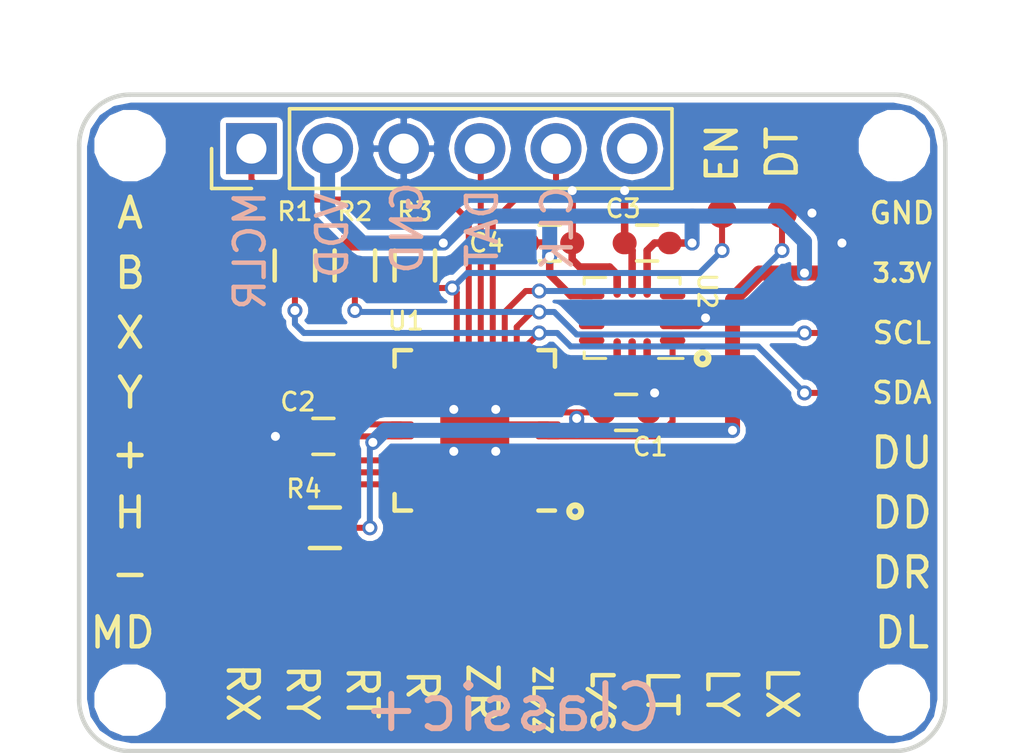
<source format=kicad_pcb>
(kicad_pcb (version 4) (host pcbnew 4.0.6)

  (general
    (links 62)
    (no_connects 0)
    (area 144.095714 111.576666 178.404287 138.665)
    (thickness 1.6)
    (drawings 54)
    (tracks 282)
    (zones 0)
    (modules 43)
    (nets 44)
  )

  (page A4)
  (layers
    (0 F.Cu signal)
    (31 B.Cu signal hide)
    (32 B.Adhes user)
    (33 F.Adhes user)
    (34 B.Paste user)
    (35 F.Paste user)
    (36 B.SilkS user)
    (37 F.SilkS user)
    (38 B.Mask user)
    (39 F.Mask user)
    (40 Dwgs.User user)
    (41 Cmts.User user)
    (42 Eco1.User user)
    (43 Eco2.User user)
    (44 Edge.Cuts user)
    (45 Margin user)
    (46 B.CrtYd user)
    (47 F.CrtYd user)
    (48 B.Fab user)
    (49 F.Fab user)
  )

  (setup
    (last_trace_width 0.2)
    (trace_clearance 0.19)
    (zone_clearance 0.19)
    (zone_45_only yes)
    (trace_min 0.2)
    (segment_width 0.2)
    (edge_width 0.15)
    (via_size 0.5)
    (via_drill 0.3)
    (via_min_size 0.4)
    (via_min_drill 0.3)
    (uvia_size 0.3)
    (uvia_drill 0.1)
    (uvias_allowed no)
    (uvia_min_size 0.2)
    (uvia_min_drill 0.1)
    (pcb_text_width 0.3)
    (pcb_text_size 1.5 1.5)
    (mod_edge_width 0.15)
    (mod_text_size 1 1)
    (mod_text_width 0.15)
    (pad_size 2.3 2.3)
    (pad_drill 0)
    (pad_to_mask_clearance 0.2)
    (aux_axis_origin 0 0)
    (visible_elements 7FFEFFFF)
    (pcbplotparams
      (layerselection 0x00030_80000001)
      (usegerberextensions false)
      (excludeedgelayer true)
      (linewidth 0.100000)
      (plotframeref false)
      (viasonmask false)
      (mode 1)
      (useauxorigin false)
      (hpglpennumber 1)
      (hpglpenspeed 20)
      (hpglpendiameter 15)
      (hpglpenoverlay 2)
      (psnegative false)
      (psa4output false)
      (plotreference true)
      (plotvalue true)
      (plotinvisibletext false)
      (padsonsilk false)
      (subtractmaskfromsilk false)
      (outputformat 1)
      (mirror false)
      (drillshape 1)
      (scaleselection 1)
      (outputdirectory ""))
  )

  (net 0 "")
  (net 1 GND)
  (net 2 VDD)
  (net 3 /A)
  (net 4 /L)
  (net 5 /LX)
  (net 6 /B)
  (net 7 /ZL)
  (net 8 /LY)
  (net 9 /MCLR)
  (net 10 /ICSPDAT)
  (net 11 /ICSPCLK)
  (net 12 "Net-(J7-Pad6)")
  (net 13 /X)
  (net 14 /R)
  (net 15 /RX)
  (net 16 /Y)
  (net 17 /ZR)
  (net 18 /RY)
  (net 19 /DU)
  (net 20 /+)
  (net 21 /LT)
  (net 22 /DD)
  (net 23 /-)
  (net 24 /RT)
  (net 25 /DR)
  (net 26 /H)
  (net 27 /DL)
  (net 28 /SDA)
  (net 29 /SCL)
  (net 30 /CS)
  (net 31 /MOSI)
  (net 32 /MISO)
  (net 33 /SCK)
  (net 34 /DET)
  (net 35 /MODE)
  (net 36 "Net-(U2-Pad4)")
  (net 37 "Net-(U2-Pad9)")
  (net 38 "Net-(U2-Pad10)")
  (net 39 "Net-(U2-Pad11)")
  (net 40 /EN)
  (net 41 "Net-(U1-Pad18)")
  (net 42 "Net-(U1-Pad19)")
  (net 43 "Net-(U1-Pad20)")

  (net_class Default "This is the default net class."
    (clearance 0.19)
    (trace_width 0.2)
    (via_dia 0.5)
    (via_drill 0.3)
    (uvia_dia 0.3)
    (uvia_drill 0.1)
    (add_net /+)
    (add_net /-)
    (add_net /A)
    (add_net /B)
    (add_net /CS)
    (add_net /DD)
    (add_net /DET)
    (add_net /DL)
    (add_net /DR)
    (add_net /DU)
    (add_net /EN)
    (add_net /H)
    (add_net /ICSPCLK)
    (add_net /ICSPDAT)
    (add_net /L)
    (add_net /LT)
    (add_net /LX)
    (add_net /LY)
    (add_net /MCLR)
    (add_net /MISO)
    (add_net /MODE)
    (add_net /MOSI)
    (add_net /R)
    (add_net /RT)
    (add_net /RX)
    (add_net /RY)
    (add_net /SCK)
    (add_net /SCL)
    (add_net /SDA)
    (add_net /X)
    (add_net /Y)
    (add_net /ZL)
    (add_net /ZR)
    (add_net GND)
    (add_net "Net-(J7-Pad6)")
    (add_net "Net-(U1-Pad18)")
    (add_net "Net-(U1-Pad19)")
    (add_net "Net-(U1-Pad20)")
    (add_net "Net-(U2-Pad10)")
    (add_net "Net-(U2-Pad11)")
    (add_net "Net-(U2-Pad4)")
    (add_net "Net-(U2-Pad9)")
    (add_net VDD)
  )

  (module Classic:Screw_Hole (layer F.Cu) (tedit 5A4EC32D) (tstamp 5A4EC58F)
    (at 148.5 116.5)
    (fp_text reference REF** (at 0 2.6) (layer F.SilkS) hide
      (effects (font (size 1 1) (thickness 0.15)))
    )
    (fp_text value Screw_Hole (at 0 -2.75) (layer F.Fab)
      (effects (font (size 1 1) (thickness 0.15)))
    )
    (pad "" np_thru_hole circle (at 0 0) (size 2 2) (drill 2) (layers *.Cu *.Mask))
  )

  (module Classic:Screw_Hole (layer F.Cu) (tedit 5A4EC330) (tstamp 5A4EC58B)
    (at 148.5 135)
    (fp_text reference REF** (at 0 2.6) (layer F.SilkS) hide
      (effects (font (size 1 1) (thickness 0.15)))
    )
    (fp_text value Screw_Hole (at 0 -2.75) (layer F.Fab)
      (effects (font (size 1 1) (thickness 0.15)))
    )
    (pad "" np_thru_hole circle (at 0 0) (size 2 2) (drill 2) (layers *.Cu *.Mask))
  )

  (module Classic:Screw_Hole (layer F.Cu) (tedit 5A4EC334) (tstamp 5A4EC587)
    (at 174 135)
    (fp_text reference REF** (at 0 2.6) (layer F.SilkS) hide
      (effects (font (size 1 1) (thickness 0.15)))
    )
    (fp_text value Screw_Hole (at 0 -2.75) (layer F.Fab)
      (effects (font (size 1 1) (thickness 0.15)))
    )
    (pad "" np_thru_hole circle (at 0 0) (size 2 2) (drill 2) (layers *.Cu *.Mask))
  )

  (module Classic:C_0603 (layer F.Cu) (tedit 5A4DA8EC) (tstamp 5A4DA91D)
    (at 165.75 119.75 180)
    (descr "Capacitor SMD 0603, reflow soldering, AVX (see smccp.pdf)")
    (tags "capacitor 0603")
    (path /5A4DADE7)
    (attr smd)
    (fp_text reference C1 (at 0 -1.5 180) (layer F.SilkS) hide
      (effects (font (size 1 1) (thickness 0.15)))
    )
    (fp_text value C (at 0 1.5 180) (layer F.Fab)
      (effects (font (size 1 1) (thickness 0.15)))
    )
    (fp_line (start 1.4 0.65) (end -1.4 0.65) (layer F.CrtYd) (width 0.05))
    (fp_line (start 1.4 0.65) (end 1.4 -0.65) (layer F.CrtYd) (width 0.05))
    (fp_line (start -1.4 -0.65) (end -1.4 0.65) (layer F.CrtYd) (width 0.05))
    (fp_line (start -1.4 -0.65) (end 1.4 -0.65) (layer F.CrtYd) (width 0.05))
    (fp_line (start 0.35 0.6) (end -0.35 0.6) (layer F.SilkS) (width 0.12))
    (fp_line (start -0.35 -0.6) (end 0.35 -0.6) (layer F.SilkS) (width 0.12))
    (pad 2 smd oval (at 0.75 0 180) (size 0.8 0.75) (layers F.Cu F.Paste F.Mask)
      (net 1 GND))
    (pad 1 smd oval (at -0.75 0 180) (size 0.8 0.75) (layers F.Cu F.Paste F.Mask)
      (net 2 VDD))
    (model Capacitors_SMD.3dshapes/C_0603.wrl
      (at (xyz 0 0 0))
      (scale (xyz 1 1 1))
      (rotate (xyz 0 0 0))
    )
  )

  (module Classic:C_0603 (layer F.Cu) (tedit 5A4DA8F1) (tstamp 5A4DA923)
    (at 162.5 119.75 180)
    (descr "Capacitor SMD 0603, reflow soldering, AVX (see smccp.pdf)")
    (tags "capacitor 0603")
    (path /5A4DACDE)
    (attr smd)
    (fp_text reference C2 (at 0 -1.5 180) (layer F.SilkS) hide
      (effects (font (size 1 1) (thickness 0.15)))
    )
    (fp_text value C (at 0 1.5 180) (layer F.Fab)
      (effects (font (size 1 1) (thickness 0.15)))
    )
    (fp_line (start 1.4 0.65) (end -1.4 0.65) (layer F.CrtYd) (width 0.05))
    (fp_line (start 1.4 0.65) (end 1.4 -0.65) (layer F.CrtYd) (width 0.05))
    (fp_line (start -1.4 -0.65) (end -1.4 0.65) (layer F.CrtYd) (width 0.05))
    (fp_line (start -1.4 -0.65) (end 1.4 -0.65) (layer F.CrtYd) (width 0.05))
    (fp_line (start 0.35 0.6) (end -0.35 0.6) (layer F.SilkS) (width 0.12))
    (fp_line (start -0.35 -0.6) (end 0.35 -0.6) (layer F.SilkS) (width 0.12))
    (pad 2 smd oval (at 0.75 0 180) (size 0.8 0.75) (layers F.Cu F.Paste F.Mask)
      (net 2 VDD))
    (pad 1 smd oval (at -0.75 0 180) (size 0.8 0.75) (layers F.Cu F.Paste F.Mask)
      (net 1 GND))
    (model Capacitors_SMD.3dshapes/C_0603.wrl
      (at (xyz 0 0 0))
      (scale (xyz 1 1 1))
      (rotate (xyz 0 0 0))
    )
  )

  (module Classic:C_0603 (layer F.Cu) (tedit 5A4DA8F4) (tstamp 5A4DA929)
    (at 165.05 125.4 180)
    (descr "Capacitor SMD 0603, reflow soldering, AVX (see smccp.pdf)")
    (tags "capacitor 0603")
    (path /5A4DA492)
    (attr smd)
    (fp_text reference C3 (at 0 -1.5 180) (layer F.SilkS) hide
      (effects (font (size 1 1) (thickness 0.15)))
    )
    (fp_text value C (at 0 1.5 180) (layer F.Fab)
      (effects (font (size 1 1) (thickness 0.15)))
    )
    (fp_line (start 1.4 0.65) (end -1.4 0.65) (layer F.CrtYd) (width 0.05))
    (fp_line (start 1.4 0.65) (end 1.4 -0.65) (layer F.CrtYd) (width 0.05))
    (fp_line (start -1.4 -0.65) (end -1.4 0.65) (layer F.CrtYd) (width 0.05))
    (fp_line (start -1.4 -0.65) (end 1.4 -0.65) (layer F.CrtYd) (width 0.05))
    (fp_line (start 0.35 0.6) (end -0.35 0.6) (layer F.SilkS) (width 0.12))
    (fp_line (start -0.35 -0.6) (end 0.35 -0.6) (layer F.SilkS) (width 0.12))
    (pad 2 smd oval (at 0.75 0 180) (size 0.8 0.75) (layers F.Cu F.Paste F.Mask)
      (net 2 VDD))
    (pad 1 smd oval (at -0.75 0 180) (size 0.8 0.75) (layers F.Cu F.Paste F.Mask)
      (net 1 GND))
    (model Capacitors_SMD.3dshapes/C_0603.wrl
      (at (xyz 0 0 0))
      (scale (xyz 1 1 1))
      (rotate (xyz 0 0 0))
    )
  )

  (module Classic:C_0603 (layer F.Cu) (tedit 5A4DA8F7) (tstamp 5A4DA935)
    (at 154.95 126.2)
    (descr "Capacitor SMD 0603, reflow soldering, AVX (see smccp.pdf)")
    (tags "capacitor 0603")
    (path /5A4DA3E0)
    (attr smd)
    (fp_text reference C5 (at 0 -1.5) (layer F.SilkS) hide
      (effects (font (size 1 1) (thickness 0.15)))
    )
    (fp_text value C (at 0 1.5) (layer F.Fab)
      (effects (font (size 1 1) (thickness 0.15)))
    )
    (fp_line (start 1.4 0.65) (end -1.4 0.65) (layer F.CrtYd) (width 0.05))
    (fp_line (start 1.4 0.65) (end 1.4 -0.65) (layer F.CrtYd) (width 0.05))
    (fp_line (start -1.4 -0.65) (end -1.4 0.65) (layer F.CrtYd) (width 0.05))
    (fp_line (start -1.4 -0.65) (end 1.4 -0.65) (layer F.CrtYd) (width 0.05))
    (fp_line (start 0.35 0.6) (end -0.35 0.6) (layer F.SilkS) (width 0.12))
    (fp_line (start -0.35 -0.6) (end 0.35 -0.6) (layer F.SilkS) (width 0.12))
    (pad 2 smd oval (at 0.75 0) (size 0.8 0.75) (layers F.Cu F.Paste F.Mask)
      (net 2 VDD))
    (pad 1 smd oval (at -0.75 0) (size 0.8 0.75) (layers F.Cu F.Paste F.Mask)
      (net 1 GND))
    (model Capacitors_SMD.3dshapes/C_0603.wrl
      (at (xyz 0 0 0))
      (scale (xyz 1 1 1))
      (rotate (xyz 0 0 0))
    )
  )

  (module Classic:Test_Pad (layer F.Cu) (tedit 5A4DA983) (tstamp 5A4DA93A)
    (at 150.25 118.75)
    (path /5A4DDE1F)
    (fp_text reference J1 (at 0 1.8) (layer F.SilkS) hide
      (effects (font (size 1 1) (thickness 0.15)))
    )
    (fp_text value TEST_1P (at 0 -1.7) (layer F.Fab)
      (effects (font (size 1 1) (thickness 0.15)))
    )
    (pad 1 smd circle (at 0 0) (size 1 1) (layers F.Cu F.Paste F.Mask)
      (net 3 /A))
  )

  (module Classic:Test_Pad (layer F.Cu) (tedit 5A4DA986) (tstamp 5A4DA93F)
    (at 164.25 132.75)
    (path /5A4DE675)
    (fp_text reference J2 (at 0 1.8) (layer F.SilkS) hide
      (effects (font (size 1 1) (thickness 0.15)))
    )
    (fp_text value TEST_1P (at 0 -1.7) (layer F.Fab)
      (effects (font (size 1 1) (thickness 0.15)))
    )
    (pad 1 smd circle (at 0 0) (size 1 1) (layers F.Cu F.Paste F.Mask)
      (net 4 /L))
  )

  (module Classic:Test_Pad (layer F.Cu) (tedit 5A4DA988) (tstamp 5A4DA944)
    (at 170.25 132.75)
    (path /5A4DF015)
    (fp_text reference J3 (at 0 1.8) (layer F.SilkS) hide
      (effects (font (size 1 1) (thickness 0.15)))
    )
    (fp_text value TEST_1P (at 0 -1.7) (layer F.Fab)
      (effects (font (size 1 1) (thickness 0.15)))
    )
    (pad 1 smd circle (at 0 0) (size 1 1) (layers F.Cu F.Paste F.Mask)
      (net 5 /LX))
  )

  (module Classic:Test_Pad (layer F.Cu) (tedit 5A4DA98A) (tstamp 5A4DA949)
    (at 150.25 120.75)
    (path /5A4DDFC0)
    (fp_text reference J4 (at 0 1.8) (layer F.SilkS) hide
      (effects (font (size 1 1) (thickness 0.15)))
    )
    (fp_text value TEST_1P (at 0 -1.7) (layer F.Fab)
      (effects (font (size 1 1) (thickness 0.15)))
    )
    (pad 1 smd circle (at 0 0) (size 1 1) (layers F.Cu F.Paste F.Mask)
      (net 6 /B))
  )

  (module Classic:Test_Pad (layer F.Cu) (tedit 5A4DA990) (tstamp 5A4DA94E)
    (at 162.25 132.75)
    (path /5A4DE756)
    (fp_text reference J5 (at 0 1.8) (layer F.SilkS) hide
      (effects (font (size 1 1) (thickness 0.15)))
    )
    (fp_text value TEST_1P (at 0 -1.7) (layer F.Fab)
      (effects (font (size 1 1) (thickness 0.15)))
    )
    (pad 1 smd circle (at 0 0) (size 1 1) (layers F.Cu F.Paste F.Mask)
      (net 7 /ZL))
  )

  (module Classic:Test_Pad (layer F.Cu) (tedit 5A4DA992) (tstamp 5A4DA953)
    (at 168.25 132.75)
    (path /5A4DF083)
    (fp_text reference J6 (at 0 1.8) (layer F.SilkS) hide
      (effects (font (size 1 1) (thickness 0.15)))
    )
    (fp_text value TEST_1P (at 0 -1.7) (layer F.Fab)
      (effects (font (size 1 1) (thickness 0.15)))
    )
    (pad 1 smd circle (at 0 0) (size 1 1) (layers F.Cu F.Paste F.Mask)
      (net 8 /LY))
  )

  (module Classic:Pin_Header_Straight_1x06_Pitch2.54mm (layer F.Cu) (tedit 5A4DA8E4) (tstamp 5A4DA95D)
    (at 152.55 116.6 90)
    (descr "Through hole straight pin header, 1x06, 2.54mm pitch, single row")
    (tags "Through hole pin header THT 1x06 2.54mm single row")
    (path /5A4DD5D1)
    (fp_text reference J7 (at 0 -2.33 90) (layer F.SilkS) hide
      (effects (font (size 1 1) (thickness 0.15)))
    )
    (fp_text value CONN_01X06 (at 0 15.03 90) (layer F.Fab)
      (effects (font (size 1 1) (thickness 0.15)))
    )
    (fp_line (start -0.635 -1.27) (end 1.27 -1.27) (layer F.Fab) (width 0.1))
    (fp_line (start 1.27 -1.27) (end 1.27 13.97) (layer F.Fab) (width 0.1))
    (fp_line (start 1.27 13.97) (end -1.27 13.97) (layer F.Fab) (width 0.1))
    (fp_line (start -1.27 13.97) (end -1.27 -0.635) (layer F.Fab) (width 0.1))
    (fp_line (start -1.27 -0.635) (end -0.635 -1.27) (layer F.Fab) (width 0.1))
    (fp_line (start -1.33 14.03) (end 1.33 14.03) (layer F.SilkS) (width 0.12))
    (fp_line (start -1.33 1.27) (end -1.33 14.03) (layer F.SilkS) (width 0.12))
    (fp_line (start 1.33 1.27) (end 1.33 14.03) (layer F.SilkS) (width 0.12))
    (fp_line (start -1.33 1.27) (end 1.33 1.27) (layer F.SilkS) (width 0.12))
    (fp_line (start -1.33 0) (end -1.33 -1.33) (layer F.SilkS) (width 0.12))
    (fp_line (start -1.33 -1.33) (end 0 -1.33) (layer F.SilkS) (width 0.12))
    (fp_line (start -1.8 -1.8) (end -1.8 14.5) (layer F.CrtYd) (width 0.05))
    (fp_line (start -1.8 14.5) (end 1.8 14.5) (layer F.CrtYd) (width 0.05))
    (fp_line (start 1.8 14.5) (end 1.8 -1.8) (layer F.CrtYd) (width 0.05))
    (fp_line (start 1.8 -1.8) (end -1.8 -1.8) (layer F.CrtYd) (width 0.05))
    (fp_text user %R (at 0 6.35 180) (layer F.Fab)
      (effects (font (size 1 1) (thickness 0.15)))
    )
    (pad 1 thru_hole rect (at 0 0 90) (size 1.7 1.7) (drill 1) (layers *.Cu *.Mask)
      (net 9 /MCLR))
    (pad 2 thru_hole oval (at 0 2.54 90) (size 1.7 1.7) (drill 1) (layers *.Cu *.Mask)
      (net 2 VDD))
    (pad 3 thru_hole oval (at 0 5.08 90) (size 1.7 1.7) (drill 1) (layers *.Cu *.Mask)
      (net 1 GND))
    (pad 4 thru_hole oval (at 0 7.62 90) (size 1.7 1.7) (drill 1) (layers *.Cu *.Mask)
      (net 10 /ICSPDAT))
    (pad 5 thru_hole oval (at 0 10.16 90) (size 1.7 1.7) (drill 1) (layers *.Cu *.Mask)
      (net 11 /ICSPCLK))
    (pad 6 thru_hole oval (at 0 12.7 90) (size 1.7 1.7) (drill 1) (layers *.Cu *.Mask)
      (net 12 "Net-(J7-Pad6)"))
    (model ${KISYS3DMOD}/Pin_Headers.3dshapes/Pin_Header_Straight_1x06_Pitch2.54mm.wrl
      (at (xyz 0 0 0))
      (scale (xyz 1 1 1))
      (rotate (xyz 0 0 0))
    )
  )

  (module Classic:Test_Pad (layer F.Cu) (tedit 5A4DA995) (tstamp 5A4DA962)
    (at 150.25 122.75)
    (path /5A4DDFFA)
    (fp_text reference J8 (at 0 1.8) (layer F.SilkS) hide
      (effects (font (size 1 1) (thickness 0.15)))
    )
    (fp_text value TEST_1P (at 0 -1.7) (layer F.Fab)
      (effects (font (size 1 1) (thickness 0.15)))
    )
    (pad 1 smd circle (at 0 0) (size 1 1) (layers F.Cu F.Paste F.Mask)
      (net 13 /X))
  )

  (module Classic:Test_Pad (layer F.Cu) (tedit 5A4DA998) (tstamp 5A4DA967)
    (at 158.25 132.75)
    (path /5A4DE86A)
    (fp_text reference J9 (at 0 1.8) (layer F.SilkS) hide
      (effects (font (size 1 1) (thickness 0.15)))
    )
    (fp_text value TEST_1P (at 0 -1.7) (layer F.Fab)
      (effects (font (size 1 1) (thickness 0.15)))
    )
    (pad 1 smd circle (at 0 0) (size 1 1) (layers F.Cu F.Paste F.Mask)
      (net 14 /R))
  )

  (module Classic:Test_Pad (layer F.Cu) (tedit 5A4DA99E) (tstamp 5A4DA96C)
    (at 152.25 132.75)
    (path /5A4DF0E6)
    (fp_text reference J10 (at 0 1.8) (layer F.SilkS) hide
      (effects (font (size 1 1) (thickness 0.15)))
    )
    (fp_text value TEST_1P (at 0 -1.7) (layer F.Fab)
      (effects (font (size 1 1) (thickness 0.15)))
    )
    (pad 1 smd circle (at 0 0) (size 1 1) (layers F.Cu F.Paste F.Mask)
      (net 15 /RX))
  )

  (module Classic:Test_Pad (layer F.Cu) (tedit 5A4DA9A0) (tstamp 5A4DA971)
    (at 150.25 124.75)
    (path /5A4DE033)
    (fp_text reference J11 (at 0 1.8) (layer F.SilkS) hide
      (effects (font (size 1 1) (thickness 0.15)))
    )
    (fp_text value TEST_1P (at 0 -1.7) (layer F.Fab)
      (effects (font (size 1 1) (thickness 0.15)))
    )
    (pad 1 smd circle (at 0 0) (size 1 1) (layers F.Cu F.Paste F.Mask)
      (net 16 /Y))
  )

  (module Classic:Test_Pad (layer F.Cu) (tedit 5A4DA9A2) (tstamp 5A4DA976)
    (at 160.25 132.75)
    (path /5A4DE8BB)
    (fp_text reference J12 (at 0 1.8) (layer F.SilkS) hide
      (effects (font (size 1 1) (thickness 0.15)))
    )
    (fp_text value TEST_1P (at 0 -1.7) (layer F.Fab)
      (effects (font (size 1 1) (thickness 0.15)))
    )
    (pad 1 smd circle (at 0 0) (size 1 1) (layers F.Cu F.Paste F.Mask)
      (net 17 /ZR))
  )

  (module Classic:Test_Pad (layer F.Cu) (tedit 5A4DA9A5) (tstamp 5A4DA97B)
    (at 154.25 132.75)
    (path /5A4DF14C)
    (fp_text reference J13 (at 0 1.8) (layer F.SilkS) hide
      (effects (font (size 1 1) (thickness 0.15)))
    )
    (fp_text value TEST_1P (at 0 -1.7) (layer F.Fab)
      (effects (font (size 1 1) (thickness 0.15)))
    )
    (pad 1 smd circle (at 0 0) (size 1 1) (layers F.Cu F.Paste F.Mask)
      (net 18 /RY))
  )

  (module Classic:Test_Pad (layer F.Cu) (tedit 5A4DA978) (tstamp 5A4DA980)
    (at 172.25 126.75)
    (path /5A4DE117)
    (fp_text reference J14 (at 0 1.8) (layer F.SilkS) hide
      (effects (font (size 1 1) (thickness 0.15)))
    )
    (fp_text value TEST_1P (at 0 -1.7) (layer F.Fab)
      (effects (font (size 1 1) (thickness 0.15)))
    )
    (pad 1 smd circle (at 0 0) (size 1 1) (layers F.Cu F.Paste F.Mask)
      (net 19 /DU))
  )

  (module Classic:Test_Pad (layer F.Cu) (tedit 5A4DA97B) (tstamp 5A4DA985)
    (at 150.25 126.75)
    (path /5A4DE90F)
    (fp_text reference J15 (at 0 1.8) (layer F.SilkS) hide
      (effects (font (size 1 1) (thickness 0.15)))
    )
    (fp_text value TEST_1P (at 0 -1.7) (layer F.Fab)
      (effects (font (size 1 1) (thickness 0.15)))
    )
    (pad 1 smd circle (at 0 0) (size 1 1) (layers F.Cu F.Paste F.Mask)
      (net 20 /+))
  )

  (module Classic:Test_Pad (layer F.Cu) (tedit 5A4DA97D) (tstamp 5A4DA98A)
    (at 166.25 132.75)
    (path /5A4DF1B5)
    (fp_text reference J16 (at 0 1.8) (layer F.SilkS) hide
      (effects (font (size 1 1) (thickness 0.15)))
    )
    (fp_text value TEST_1P (at 0 -1.7) (layer F.Fab)
      (effects (font (size 1 1) (thickness 0.15)))
    )
    (pad 1 smd circle (at 0 0) (size 1 1) (layers F.Cu F.Paste F.Mask)
      (net 21 /LT))
  )

  (module Classic:Test_Pad (layer F.Cu) (tedit 5A4DA97F) (tstamp 5A4DA98F)
    (at 172.25 120.75)
    (path /5A4E23F4)
    (fp_text reference J17 (at 0 1.8) (layer F.SilkS) hide
      (effects (font (size 1 1) (thickness 0.15)))
    )
    (fp_text value TEST_1P (at 0 -1.7) (layer F.Fab)
      (effects (font (size 1 1) (thickness 0.15)))
    )
    (pad 1 smd circle (at 0 0) (size 1 1) (layers F.Cu F.Paste F.Mask)
      (net 2 VDD))
  )

  (module Classic:Test_Pad (layer F.Cu) (tedit 5A4DA96E) (tstamp 5A4DA994)
    (at 172.25 128.75)
    (path /5A4DE156)
    (fp_text reference J18 (at 0 1.8) (layer F.SilkS) hide
      (effects (font (size 1 1) (thickness 0.15)))
    )
    (fp_text value TEST_1P (at 0 -1.7) (layer F.Fab)
      (effects (font (size 1 1) (thickness 0.15)))
    )
    (pad 1 smd circle (at 0 0) (size 1 1) (layers F.Cu F.Paste F.Mask)
      (net 22 /DD))
  )

  (module Classic:Test_Pad (layer F.Cu) (tedit 5A4DA96F) (tstamp 5A4DA999)
    (at 150.25 130.75)
    (path /5A4DE9B7)
    (fp_text reference J19 (at 0 1.8) (layer F.SilkS) hide
      (effects (font (size 1 1) (thickness 0.15)))
    )
    (fp_text value TEST_1P (at 0 -1.7) (layer F.Fab)
      (effects (font (size 1 1) (thickness 0.15)))
    )
    (pad 1 smd circle (at 0 0) (size 1 1) (layers F.Cu F.Paste F.Mask)
      (net 23 /-))
  )

  (module Classic:Test_Pad (layer F.Cu) (tedit 5A4DA971) (tstamp 5A4DA99E)
    (at 156.25 132.75)
    (path /5A4DF221)
    (fp_text reference J20 (at 0 1.8) (layer F.SilkS) hide
      (effects (font (size 1 1) (thickness 0.15)))
    )
    (fp_text value TEST_1P (at 0 -1.7) (layer F.Fab)
      (effects (font (size 1 1) (thickness 0.15)))
    )
    (pad 1 smd circle (at 0 0) (size 1 1) (layers F.Cu F.Paste F.Mask)
      (net 24 /RT))
  )

  (module Classic:Test_Pad (layer F.Cu) (tedit 5A4DA974) (tstamp 5A4DA9A3)
    (at 172.25 130.75)
    (path /5A4DE198)
    (fp_text reference J21 (at 0 1.8) (layer F.SilkS) hide
      (effects (font (size 1 1) (thickness 0.15)))
    )
    (fp_text value TEST_1P (at 0 -1.7) (layer F.Fab)
      (effects (font (size 1 1) (thickness 0.15)))
    )
    (pad 1 smd circle (at 0 0) (size 1 1) (layers F.Cu F.Paste F.Mask)
      (net 25 /DR))
  )

  (module Classic:Test_Pad (layer F.Cu) (tedit 5A4DA976) (tstamp 5A4DA9A8)
    (at 150.25 128.75)
    (path /5A4DEA11)
    (fp_text reference J22 (at 0 1.8) (layer F.SilkS) hide
      (effects (font (size 1 1) (thickness 0.15)))
    )
    (fp_text value TEST_1P (at 0 -1.7) (layer F.Fab)
      (effects (font (size 1 1) (thickness 0.15)))
    )
    (pad 1 smd circle (at 0 0) (size 1 1) (layers F.Cu F.Paste F.Mask)
      (net 26 /H))
  )

  (module Classic:Test_Pad (layer F.Cu) (tedit 5A4DA981) (tstamp 5A4DA9AD)
    (at 172.25 118.75)
    (path /5A4E2482)
    (fp_text reference J23 (at 0 1.8) (layer F.SilkS) hide
      (effects (font (size 1 1) (thickness 0.15)))
    )
    (fp_text value TEST_1P (at 0 -1.7) (layer F.Fab)
      (effects (font (size 1 1) (thickness 0.15)))
    )
    (pad 1 smd circle (at 0 0) (size 1 1) (layers F.Cu F.Paste F.Mask)
      (net 1 GND))
  )

  (module Classic:Test_Pad (layer F.Cu) (tedit 5A4E6884) (tstamp 5A4DA9B2)
    (at 172.25 132.75)
    (path /5A4DE1DD)
    (fp_text reference J24 (at 0 1.8) (layer F.SilkS) hide
      (effects (font (size 1 1) (thickness 0.15)))
    )
    (fp_text value TEST_1P (at 0 -1.7) (layer F.Fab)
      (effects (font (size 1 1) (thickness 0.15)))
    )
    (pad 1 smd circle (at 0 0) (size 1 1) (layers F.Cu F.Paste F.Mask)
      (net 27 /DL))
  )

  (module Classic:Test_Pad (layer F.Cu) (tedit 5A4DA99B) (tstamp 5A4DA9B7)
    (at 172.25 124.75)
    (path /5A4E53B4)
    (fp_text reference J25 (at 0 1.8) (layer F.SilkS) hide
      (effects (font (size 1 1) (thickness 0.15)))
    )
    (fp_text value TEST_1P (at 0 -1.7) (layer F.Fab)
      (effects (font (size 1 1) (thickness 0.15)))
    )
    (pad 1 smd circle (at 0 0) (size 1 1) (layers F.Cu F.Paste F.Mask)
      (net 28 /SDA))
  )

  (module Classic:Test_Pad (layer F.Cu) (tedit 5A4DA9A7) (tstamp 5A4DA9BC)
    (at 172.25 122.75)
    (path /5A4E543C)
    (fp_text reference J26 (at 0 1.8) (layer F.SilkS) hide
      (effects (font (size 1 1) (thickness 0.15)))
    )
    (fp_text value TEST_1P (at 0 -1.7) (layer F.Fab)
      (effects (font (size 1 1) (thickness 0.15)))
    )
    (pad 1 smd circle (at 0 0) (size 1 1) (layers F.Cu F.Paste F.Mask)
      (net 29 /SCL))
  )

  (module Classic:R_0603 (layer F.Cu) (tedit 5A4DA8E9) (tstamp 5A4DA9C2)
    (at 154 120.5 270)
    (descr "Resistor SMD 0603, reflow soldering, Vishay (see dcrcw.pdf)")
    (tags "resistor 0603")
    (path /5A4E462D)
    (attr smd)
    (fp_text reference R1 (at 0 -1.9 270) (layer F.SilkS) hide
      (effects (font (size 1 1) (thickness 0.15)))
    )
    (fp_text value R (at 0 1.9 270) (layer F.Fab)
      (effects (font (size 1 1) (thickness 0.15)))
    )
    (fp_line (start -0.8 0.4) (end -0.8 -0.4) (layer F.Fab) (width 0.1))
    (fp_line (start 0.8 0.4) (end -0.8 0.4) (layer F.Fab) (width 0.1))
    (fp_line (start 0.8 -0.4) (end 0.8 0.4) (layer F.Fab) (width 0.1))
    (fp_line (start -0.8 -0.4) (end 0.8 -0.4) (layer F.Fab) (width 0.1))
    (fp_line (start -1.3 -0.8) (end 1.3 -0.8) (layer F.CrtYd) (width 0.05))
    (fp_line (start -1.3 0.8) (end 1.3 0.8) (layer F.CrtYd) (width 0.05))
    (fp_line (start -1.3 -0.8) (end -1.3 0.8) (layer F.CrtYd) (width 0.05))
    (fp_line (start 1.3 -0.8) (end 1.3 0.8) (layer F.CrtYd) (width 0.05))
    (fp_line (start 0.5 0.675) (end -0.5 0.675) (layer F.SilkS) (width 0.15))
    (fp_line (start -0.5 -0.675) (end 0.5 -0.675) (layer F.SilkS) (width 0.15))
    (pad 1 smd rect (at -0.75 0 270) (size 0.5 0.9) (layers F.Cu F.Paste F.Mask)
      (net 2 VDD))
    (pad 2 smd rect (at 0.75 0 270) (size 0.5 0.9) (layers F.Cu F.Paste F.Mask)
      (net 28 /SDA))
    (model Resistors_SMD.3dshapes/R_0603.wrl
      (at (xyz 0 0 0))
      (scale (xyz 1 1 1))
      (rotate (xyz 0 0 0))
    )
  )

  (module Classic:R_0603 (layer F.Cu) (tedit 5A4DA8EF) (tstamp 5A4DA9C8)
    (at 156 120.5 270)
    (descr "Resistor SMD 0603, reflow soldering, Vishay (see dcrcw.pdf)")
    (tags "resistor 0603")
    (path /5A4E48A6)
    (attr smd)
    (fp_text reference R2 (at 0 -1.9 270) (layer F.SilkS) hide
      (effects (font (size 1 1) (thickness 0.15)))
    )
    (fp_text value R (at 0 1.9 270) (layer F.Fab)
      (effects (font (size 1 1) (thickness 0.15)))
    )
    (fp_line (start -0.8 0.4) (end -0.8 -0.4) (layer F.Fab) (width 0.1))
    (fp_line (start 0.8 0.4) (end -0.8 0.4) (layer F.Fab) (width 0.1))
    (fp_line (start 0.8 -0.4) (end 0.8 0.4) (layer F.Fab) (width 0.1))
    (fp_line (start -0.8 -0.4) (end 0.8 -0.4) (layer F.Fab) (width 0.1))
    (fp_line (start -1.3 -0.8) (end 1.3 -0.8) (layer F.CrtYd) (width 0.05))
    (fp_line (start -1.3 0.8) (end 1.3 0.8) (layer F.CrtYd) (width 0.05))
    (fp_line (start -1.3 -0.8) (end -1.3 0.8) (layer F.CrtYd) (width 0.05))
    (fp_line (start 1.3 -0.8) (end 1.3 0.8) (layer F.CrtYd) (width 0.05))
    (fp_line (start 0.5 0.675) (end -0.5 0.675) (layer F.SilkS) (width 0.15))
    (fp_line (start -0.5 -0.675) (end 0.5 -0.675) (layer F.SilkS) (width 0.15))
    (pad 1 smd rect (at -0.75 0 270) (size 0.5 0.9) (layers F.Cu F.Paste F.Mask)
      (net 2 VDD))
    (pad 2 smd rect (at 0.75 0 270) (size 0.5 0.9) (layers F.Cu F.Paste F.Mask)
      (net 29 /SCL))
    (model Resistors_SMD.3dshapes/R_0603.wrl
      (at (xyz 0 0 0))
      (scale (xyz 1 1 1))
      (rotate (xyz 0 0 0))
    )
  )

  (module Classic:Test_Pad (layer F.Cu) (tedit 5A4EBE08) (tstamp 5A4EBAA9)
    (at 170.25 118.75)
    (path /5A4ECA98)
    (fp_text reference J29 (at 0 1.8) (layer F.SilkS) hide
      (effects (font (size 1 1) (thickness 0.15)))
    )
    (fp_text value TEST_1P (at 0 -1.7) (layer F.Fab)
      (effects (font (size 1 1) (thickness 0.15)))
    )
    (pad 1 smd circle (at 0 0) (size 1 1) (layers F.Cu F.Paste F.Mask)
      (net 34 /DET))
  )

  (module Classic:Screw_Hole (layer F.Cu) (tedit 5A4EC337) (tstamp 5A4EC29B)
    (at 174 116.5)
    (fp_text reference REF** (at 0 2.6) (layer F.SilkS) hide
      (effects (font (size 1 1) (thickness 0.15)))
    )
    (fp_text value Screw_Hole (at 0 -2.75) (layer F.Fab)
      (effects (font (size 1 1) (thickness 0.15)))
    )
    (pad "" np_thru_hole circle (at 0 0) (size 2 2) (drill 2) (layers *.Cu *.Mask))
  )

  (module Classic:Test_Pad (layer F.Cu) (tedit 5A60B971) (tstamp 5A60B946)
    (at 150.25 132.75)
    (path /5A60E04F)
    (fp_text reference J27 (at 0 1.8) (layer F.SilkS) hide
      (effects (font (size 1 1) (thickness 0.15)))
    )
    (fp_text value TEST_1P (at 0 -1.7) (layer F.Fab)
      (effects (font (size 1 1) (thickness 0.15)))
    )
    (pad 1 smd circle (at 0 0) (size 1 1) (layers F.Cu F.Paste F.Mask)
      (net 35 /MODE))
  )

  (module Classic:R_0603 (layer F.Cu) (tedit 5A60B97E) (tstamp 5A60B960)
    (at 155 129.25 180)
    (descr "Resistor SMD 0603, reflow soldering, Vishay (see dcrcw.pdf)")
    (tags "resistor 0603")
    (path /5A611D51)
    (attr smd)
    (fp_text reference R3 (at 0 -1.9 180) (layer F.SilkS) hide
      (effects (font (size 1 1) (thickness 0.15)))
    )
    (fp_text value R (at 0 1.9 180) (layer F.Fab)
      (effects (font (size 1 1) (thickness 0.15)))
    )
    (fp_line (start -0.8 0.4) (end -0.8 -0.4) (layer F.Fab) (width 0.1))
    (fp_line (start 0.8 0.4) (end -0.8 0.4) (layer F.Fab) (width 0.1))
    (fp_line (start 0.8 -0.4) (end 0.8 0.4) (layer F.Fab) (width 0.1))
    (fp_line (start -0.8 -0.4) (end 0.8 -0.4) (layer F.Fab) (width 0.1))
    (fp_line (start -1.3 -0.8) (end 1.3 -0.8) (layer F.CrtYd) (width 0.05))
    (fp_line (start -1.3 0.8) (end 1.3 0.8) (layer F.CrtYd) (width 0.05))
    (fp_line (start -1.3 -0.8) (end -1.3 0.8) (layer F.CrtYd) (width 0.05))
    (fp_line (start 1.3 -0.8) (end 1.3 0.8) (layer F.CrtYd) (width 0.05))
    (fp_line (start 0.5 0.675) (end -0.5 0.675) (layer F.SilkS) (width 0.15))
    (fp_line (start -0.5 -0.675) (end 0.5 -0.675) (layer F.SilkS) (width 0.15))
    (pad 1 smd rect (at -0.75 0 180) (size 0.5 0.9) (layers F.Cu F.Paste F.Mask)
      (net 2 VDD))
    (pad 2 smd rect (at 0.75 0 180) (size 0.5 0.9) (layers F.Cu F.Paste F.Mask)
      (net 35 /MODE))
    (model Resistors_SMD.3dshapes/R_0603.wrl
      (at (xyz 0 0 0))
      (scale (xyz 1 1 1))
      (rotate (xyz 0 0 0))
    )
  )

  (module Classic:LGA-14_3x2.5mm_Pitch0.5mm (layer F.Cu) (tedit 5A60B981) (tstamp 5A60B972)
    (at 165.25 122.25 180)
    (descr "LGA-14 Bosch https://ae-bst.resource.bosch.com/media/_tech/media/datasheets/BST-BMI160-DS000-07.pdf")
    (tags "lga land grid array")
    (path /5A60F956)
    (attr smd)
    (fp_text reference U2 (at 0 -2.5 180) (layer F.SilkS) hide
      (effects (font (size 1 1) (thickness 0.15)))
    )
    (fp_text value LSM6DS (at 0 2.5 180) (layer F.Fab)
      (effects (font (size 1 1) (thickness 0.15)))
    )
    (fp_line (start -1.7 -1.35) (end -0.88 -1.35) (layer F.SilkS) (width 0.1))
    (fp_line (start -1.6 1.35) (end -0.88 1.35) (layer F.SilkS) (width 0.1))
    (fp_line (start -1.6 1.35) (end -1.6 1.13) (layer F.SilkS) (width 0.1))
    (fp_line (start 1.6 1.13) (end 1.6 1.35) (layer F.SilkS) (width 0.1))
    (fp_line (start 1.6 1.35) (end 0.88 1.35) (layer F.SilkS) (width 0.1))
    (fp_line (start 0.88 -1.35) (end 1.6 -1.35) (layer F.SilkS) (width 0.1))
    (fp_line (start 1.6 -1.35) (end 1.6 -1.13) (layer F.SilkS) (width 0.1))
    (fp_text user %R (at 0 0 180) (layer F.Fab)
      (effects (font (size 0.5 0.5) (thickness 0.075)))
    )
    (fp_line (start -0.75 -1.25) (end -1.5 -0.5) (layer F.Fab) (width 0.1))
    (fp_line (start -0.75 -1.25) (end 1.5 -1.25) (layer F.Fab) (width 0.1))
    (fp_line (start 1.5 -1.25) (end 1.5 1.25) (layer F.Fab) (width 0.1))
    (fp_line (start 1.5 1.25) (end -1.5 1.25) (layer F.Fab) (width 0.1))
    (fp_line (start -1.5 1.25) (end -1.5 -0.5) (layer F.Fab) (width 0.1))
    (fp_line (start -1.85 -1.6) (end 1.85 -1.6) (layer F.CrtYd) (width 0.05))
    (fp_line (start 1.85 -1.6) (end 1.85 1.6) (layer F.CrtYd) (width 0.05))
    (fp_line (start 1.85 1.6) (end -1.85 1.6) (layer F.CrtYd) (width 0.05))
    (fp_line (start -1.85 1.6) (end -1.85 -1.6) (layer F.CrtYd) (width 0.05))
    (pad 13 smd oval (at 0 -1.1 180) (size 0.25 0.85) (layers F.Cu F.Paste F.Mask)
      (net 33 /SCK))
    (pad 14 smd oval (at -0.5 -1.1 180) (size 0.25 0.85) (layers F.Cu F.Paste F.Mask)
      (net 31 /MOSI))
    (pad 12 smd oval (at 0.5 -1.1 180) (size 0.25 0.85) (layers F.Cu F.Paste F.Mask)
      (net 30 /CS))
    (pad 5 smd oval (at -0.5 1.1 180) (size 0.25 0.85) (layers F.Cu F.Paste F.Mask)
      (net 2 VDD))
    (pad 6 smd oval (at 0 1.1 180) (size 0.25 0.85) (layers F.Cu F.Paste F.Mask)
      (net 1 GND))
    (pad 7 smd oval (at 0.5 1.1 180) (size 0.25 0.85) (layers F.Cu F.Paste F.Mask)
      (net 1 GND))
    (pad 1 smd oval (at -1.35 -0.75 180) (size 0.85 0.25) (layers F.Cu F.Paste F.Mask)
      (net 32 /MISO))
    (pad 2 smd oval (at -1.35 -0.25 180) (size 0.85 0.25) (layers F.Cu F.Paste F.Mask)
      (net 1 GND))
    (pad 3 smd oval (at -1.35 0.25 180) (size 0.85 0.25) (layers F.Cu F.Paste F.Mask)
      (net 1 GND))
    (pad 4 smd oval (at -1.35 0.75 180) (size 0.85 0.25) (layers F.Cu F.Paste F.Mask)
      (net 36 "Net-(U2-Pad4)"))
    (pad 8 smd oval (at 1.35 0.75 180) (size 0.85 0.25) (layers F.Cu F.Paste F.Mask)
      (net 2 VDD))
    (pad 9 smd oval (at 1.35 0.25 180) (size 0.85 0.25) (layers F.Cu F.Paste F.Mask)
      (net 37 "Net-(U2-Pad9)"))
    (pad 10 smd oval (at 1.35 -0.25 180) (size 0.85 0.25) (layers F.Cu F.Paste F.Mask)
      (net 38 "Net-(U2-Pad10)"))
    (pad 11 smd oval (at 1.35 -0.75 180) (size 0.85 0.25) (layers F.Cu F.Paste F.Mask)
      (net 39 "Net-(U2-Pad11)"))
    (model ${KISYS3DMOD}/Housings_LGA.3dshapes/Bosch_LGA-14_3x2.5mm_Pitch0.5mm.wrl
      (at (xyz 0 0 0))
      (scale (xyz 1 1 1))
      (rotate (xyz 0 0 0))
    )
  )

  (module Classic:Test_Pad (layer F.Cu) (tedit 5A60BAC7) (tstamp 5A60BB22)
    (at 168.25 118.75)
    (path /5A60BB47)
    (fp_text reference J32 (at 0 1.8) (layer F.SilkS) hide
      (effects (font (size 1 1) (thickness 0.15)))
    )
    (fp_text value TEST_1P (at 0 -1.7) (layer F.Fab)
      (effects (font (size 1 1) (thickness 0.15)))
    )
    (pad 1 smd circle (at 0 0) (size 1 1) (layers F.Cu F.Paste F.Mask)
      (net 40 /EN))
  )

  (module Classic:R_0603 (layer F.Cu) (tedit 5A60C435) (tstamp 5A60C463)
    (at 158 120.5 270)
    (descr "Resistor SMD 0603, reflow soldering, Vishay (see dcrcw.pdf)")
    (tags "resistor 0603")
    (path /5A60DC91)
    (attr smd)
    (fp_text reference R4 (at 0 -1.9 270) (layer F.SilkS) hide
      (effects (font (size 1 1) (thickness 0.15)))
    )
    (fp_text value R (at 0 1.9 270) (layer F.Fab)
      (effects (font (size 1 1) (thickness 0.15)))
    )
    (fp_line (start -0.8 0.4) (end -0.8 -0.4) (layer F.Fab) (width 0.1))
    (fp_line (start 0.8 0.4) (end -0.8 0.4) (layer F.Fab) (width 0.1))
    (fp_line (start 0.8 -0.4) (end 0.8 0.4) (layer F.Fab) (width 0.1))
    (fp_line (start -0.8 -0.4) (end 0.8 -0.4) (layer F.Fab) (width 0.1))
    (fp_line (start -1.3 -0.8) (end 1.3 -0.8) (layer F.CrtYd) (width 0.05))
    (fp_line (start -1.3 0.8) (end 1.3 0.8) (layer F.CrtYd) (width 0.05))
    (fp_line (start -1.3 -0.8) (end -1.3 0.8) (layer F.CrtYd) (width 0.05))
    (fp_line (start 1.3 -0.8) (end 1.3 0.8) (layer F.CrtYd) (width 0.05))
    (fp_line (start 0.5 0.675) (end -0.5 0.675) (layer F.SilkS) (width 0.15))
    (fp_line (start -0.5 -0.675) (end 0.5 -0.675) (layer F.SilkS) (width 0.15))
    (pad 1 smd rect (at -0.75 0 270) (size 0.5 0.9) (layers F.Cu F.Paste F.Mask)
      (net 2 VDD))
    (pad 2 smd rect (at 0.75 0 270) (size 0.5 0.9) (layers F.Cu F.Paste F.Mask)
      (net 40 /EN))
    (model Resistors_SMD.3dshapes/R_0603.wrl
      (at (xyz 0 0 0))
      (scale (xyz 1 1 1))
      (rotate (xyz 0 0 0))
    )
  )

  (module Classic:QFN-40-1EP_5x5mm_Pitch0.4mm (layer F.Cu) (tedit 5A806F94) (tstamp 5A807057)
    (at 160 126 180)
    (descr "40-Lead Plastic Quad Flat, No Lead Package (MP) - 5x5 mm Body [QFN]; (see Microchip Packaging Specification 00000049BS.pdf)")
    (tags "QFN 0.4")
    (path /5A4DA321)
    (attr smd)
    (fp_text reference U1 (at 0 -3.875 180) (layer F.SilkS) hide
      (effects (font (size 1 1) (thickness 0.15)))
    )
    (fp_text value PIC16F18875 (at 0 3.875 180) (layer F.Fab)
      (effects (font (size 1 1) (thickness 0.15)))
    )
    (fp_line (start -1.5 -2.5) (end 2.5 -2.5) (layer F.Fab) (width 0.15))
    (fp_line (start 2.5 -2.5) (end 2.5 2.5) (layer F.Fab) (width 0.15))
    (fp_line (start 2.5 2.5) (end -2.5 2.5) (layer F.Fab) (width 0.15))
    (fp_line (start -2.5 2.5) (end -2.5 -1.5) (layer F.Fab) (width 0.15))
    (fp_line (start -2.5 -1.5) (end -1.5 -2.5) (layer F.Fab) (width 0.15))
    (fp_line (start -3.15 -3.15) (end -3.15 3.15) (layer F.CrtYd) (width 0.05))
    (fp_line (start 3.15 -3.15) (end 3.15 3.15) (layer F.CrtYd) (width 0.05))
    (fp_line (start -3.15 -3.15) (end 3.15 -3.15) (layer F.CrtYd) (width 0.05))
    (fp_line (start -3.15 3.15) (end 3.15 3.15) (layer F.CrtYd) (width 0.05))
    (fp_line (start 2.675 -2.675) (end 2.675 -2.125) (layer F.SilkS) (width 0.15))
    (fp_line (start -2.675 2.675) (end -2.675 2.125) (layer F.SilkS) (width 0.15))
    (fp_line (start 2.675 2.675) (end 2.675 2.125) (layer F.SilkS) (width 0.15))
    (fp_line (start -2.675 -2.675) (end -2.125 -2.675) (layer F.SilkS) (width 0.15))
    (fp_line (start -2.675 2.675) (end -2.125 2.675) (layer F.SilkS) (width 0.15))
    (fp_line (start 2.675 2.675) (end 2.125 2.675) (layer F.SilkS) (width 0.15))
    (fp_line (start 2.675 -2.675) (end 2.125 -2.675) (layer F.SilkS) (width 0.15))
    (pad 1 smd oval (at -2.45 -1.8 180) (size 0.85 0.2) (layers F.Cu F.Paste F.Mask)
      (net 27 /DL))
    (pad 2 smd oval (at -2.45 -1.4 180) (size 0.85 0.2) (layers F.Cu F.Paste F.Mask)
      (net 25 /DR))
    (pad 3 smd oval (at -2.45 -1 180) (size 0.85 0.2) (layers F.Cu F.Paste F.Mask)
      (net 22 /DD))
    (pad 4 smd oval (at -2.45 -0.6 180) (size 0.85 0.2) (layers F.Cu F.Paste F.Mask)
      (net 19 /DU))
    (pad 5 smd oval (at -2.45 -0.2 180) (size 0.85 0.2) (layers F.Cu F.Paste F.Mask)
      (net 32 /MISO))
    (pad 6 smd oval (at -2.45 0.2 180) (size 0.85 0.2) (layers F.Cu F.Paste F.Mask)
      (net 1 GND))
    (pad 7 smd oval (at -2.45 0.6 180) (size 0.85 0.2) (layers F.Cu F.Paste F.Mask)
      (net 2 VDD))
    (pad 8 smd oval (at -2.45 1 180) (size 0.85 0.2) (layers F.Cu F.Paste F.Mask)
      (net 31 /MOSI))
    (pad 9 smd oval (at -2.45 1.4 180) (size 0.85 0.2) (layers F.Cu F.Paste F.Mask)
      (net 33 /SCK))
    (pad 10 smd oval (at -2.45 1.8 180) (size 0.85 0.2) (layers F.Cu F.Paste F.Mask)
      (net 30 /CS))
    (pad 11 smd oval (at -1.8 2.45 270) (size 0.85 0.2) (layers F.Cu F.Paste F.Mask)
      (net 28 /SDA))
    (pad 12 smd oval (at -1.4 2.45 270) (size 0.85 0.2) (layers F.Cu F.Paste F.Mask)
      (net 29 /SCL))
    (pad 13 smd oval (at -1 2.45 270) (size 0.85 0.2) (layers F.Cu F.Paste F.Mask)
      (net 34 /DET))
    (pad 14 smd oval (at -0.6 2.45 270) (size 0.85 0.2) (layers F.Cu F.Paste F.Mask)
      (net 11 /ICSPCLK))
    (pad 15 smd oval (at -0.2 2.45 270) (size 0.85 0.2) (layers F.Cu F.Paste F.Mask)
      (net 10 /ICSPDAT))
    (pad 16 smd oval (at 0.2 2.45 270) (size 0.85 0.2) (layers F.Cu F.Paste F.Mask)
      (net 9 /MCLR))
    (pad 17 smd oval (at 0.6 2.45 270) (size 0.85 0.2) (layers F.Cu F.Paste F.Mask)
      (net 40 /EN))
    (pad 18 smd oval (at 1 2.45 270) (size 0.85 0.2) (layers F.Cu F.Paste F.Mask)
      (net 41 "Net-(U1-Pad18)"))
    (pad 19 smd oval (at 1.4 2.45 270) (size 0.85 0.2) (layers F.Cu F.Paste F.Mask)
      (net 42 "Net-(U1-Pad19)"))
    (pad 20 smd oval (at 1.8 2.45 270) (size 0.85 0.2) (layers F.Cu F.Paste F.Mask)
      (net 43 "Net-(U1-Pad20)"))
    (pad 21 smd oval (at 2.45 1.8 180) (size 0.85 0.2) (layers F.Cu F.Paste F.Mask)
      (net 3 /A))
    (pad 22 smd oval (at 2.45 1.4 180) (size 0.85 0.2) (layers F.Cu F.Paste F.Mask)
      (net 6 /B))
    (pad 23 smd oval (at 2.45 1 180) (size 0.85 0.2) (layers F.Cu F.Paste F.Mask)
      (net 13 /X))
    (pad 24 smd oval (at 2.45 0.6 180) (size 0.85 0.2) (layers F.Cu F.Paste F.Mask)
      (net 16 /Y))
    (pad 25 smd oval (at 2.45 0.2 180) (size 0.85 0.2) (layers F.Cu F.Paste F.Mask)
      (net 20 /+))
    (pad 26 smd oval (at 2.45 -0.2 180) (size 0.85 0.2) (layers F.Cu F.Paste F.Mask)
      (net 2 VDD))
    (pad 27 smd oval (at 2.45 -0.6 180) (size 0.85 0.2) (layers F.Cu F.Paste F.Mask)
      (net 1 GND))
    (pad 28 smd oval (at 2.45 -1 180) (size 0.85 0.2) (layers F.Cu F.Paste F.Mask)
      (net 26 /H))
    (pad 29 smd oval (at 2.45 -1.4 180) (size 0.85 0.2) (layers F.Cu F.Paste F.Mask)
      (net 23 /-))
    (pad 30 smd oval (at 2.45 -1.8 180) (size 0.85 0.2) (layers F.Cu F.Paste F.Mask)
      (net 35 /MODE))
    (pad 31 smd oval (at 1.8 -2.45 270) (size 0.85 0.2) (layers F.Cu F.Paste F.Mask)
      (net 15 /RX))
    (pad 32 smd oval (at 1.4 -2.45 270) (size 0.85 0.2) (layers F.Cu F.Paste F.Mask)
      (net 18 /RY))
    (pad 33 smd oval (at 1 -2.45 270) (size 0.85 0.2) (layers F.Cu F.Paste F.Mask)
      (net 24 /RT))
    (pad 34 smd oval (at 0.6 -2.45 270) (size 0.85 0.2) (layers F.Cu F.Paste F.Mask)
      (net 14 /R))
    (pad 35 smd oval (at 0.2 -2.45 270) (size 0.85 0.2) (layers F.Cu F.Paste F.Mask)
      (net 17 /ZR))
    (pad 36 smd oval (at -0.2 -2.45 270) (size 0.85 0.2) (layers F.Cu F.Paste F.Mask)
      (net 7 /ZL))
    (pad 37 smd oval (at -0.6 -2.45 270) (size 0.85 0.2) (layers F.Cu F.Paste F.Mask)
      (net 4 /L))
    (pad 38 smd oval (at -1 -2.45 270) (size 0.85 0.2) (layers F.Cu F.Paste F.Mask)
      (net 21 /LT))
    (pad 39 smd oval (at -1.4 -2.45 270) (size 0.85 0.2) (layers F.Cu F.Paste F.Mask)
      (net 8 /LY))
    (pad 40 smd oval (at -1.8 -2.45 270) (size 0.85 0.2) (layers F.Cu F.Paste F.Mask)
      (net 5 /LX))
    (pad 41 smd rect (at 0 0 180) (size 2.3 2.3) (layers F.Cu F.Paste F.Mask)
      (net 1 GND))
    (model ${KISYS3DMOD}/Housings_DFN_QFN.3dshapes/QFN-40-1EP_5x5mm_Pitch0.4mm.wrl
      (at (xyz 0 0 0))
      (scale (xyz 1 1 1))
      (rotate (xyz 0 0 0))
    )
  )

  (gr_line (start 148.5 114.8) (end 174 114.8) (angle 90) (layer Edge.Cuts) (width 0.15))
  (gr_line (start 148.5 136.7) (end 174 136.7) (angle 90) (layer Edge.Cuts) (width 0.15))
  (gr_line (start 146.8 116.5) (end 146.8 135) (angle 90) (layer Edge.Cuts) (width 0.15))
  (gr_text MD (at 148.25 132.75) (layer F.SilkS)
    (effects (font (size 1 1) (thickness 0.15)))
  )
  (gr_line (start 175.7 135) (end 175.7 116.5) (angle 90) (layer Edge.Cuts) (width 0.15))
  (gr_circle (center 163.35 128.7) (end 163.15 128.7) (layer F.SilkS) (width 0.2))
  (gr_circle (center 167.6 123.6) (end 167.4 123.6) (layer F.SilkS) (width 0.2))
  (gr_text R4 (at 154.3 127.95) (layer F.SilkS)
    (effects (font (size 0.6 0.6) (thickness 0.1)))
  )
  (gr_text R3 (at 158 118.7) (layer F.SilkS)
    (effects (font (size 0.6 0.6) (thickness 0.1)))
  )
  (gr_text C1 (at 165.85 126.55) (layer F.SilkS)
    (effects (font (size 0.6 0.6) (thickness 0.1)))
  )
  (gr_text C2 (at 154.1 125.05) (layer F.SilkS)
    (effects (font (size 0.6 0.6) (thickness 0.1)))
  )
  (gr_text U2 (at 167.75 121.35 270) (layer F.SilkS)
    (effects (font (size 0.6 0.6) (thickness 0.1)))
  )
  (gr_text C3 (at 164.95 118.6) (layer F.SilkS)
    (effects (font (size 0.6 0.6) (thickness 0.1)))
  )
  (gr_text C4 (at 160.4 119.75) (layer F.SilkS)
    (effects (font (size 0.6 0.6) (thickness 0.1)))
  )
  (gr_text R2 (at 156 118.7) (layer F.SilkS)
    (effects (font (size 0.6 0.6) (thickness 0.1)))
  )
  (gr_text R1 (at 154 118.7) (layer F.SilkS)
    (effects (font (size 0.6 0.6) (thickness 0.1)))
  )
  (gr_text U1 (at 157.7 122.35) (layer F.SilkS)
    (effects (font (size 0.6 0.6) (thickness 0.1)))
  )
  (gr_arc (start 148.5 116.5) (end 146.8 116.5) (angle 90) (layer Edge.Cuts) (width 0.15))
  (gr_arc (start 148.5 135) (end 148.5 136.7) (angle 90) (layer Edge.Cuts) (width 0.15))
  (gr_arc (start 174 135) (end 175.7 135) (angle 90) (layer Edge.Cuts) (width 0.15))
  (gr_arc (start 174 116.5) (end 174 114.8) (angle 90) (layer Edge.Cuts) (width 0.15))
  (gr_text EN (at 168.25 116.75 90) (layer F.SilkS)
    (effects (font (size 1 1) (thickness 0.15)))
  )
  (gr_text DAT (at 160.25 119.25 90) (layer B.SilkS)
    (effects (font (size 1 1) (thickness 0.15)) (justify mirror))
  )
  (gr_text Classic+ (at 161.25 135.25) (layer B.SilkS)
    (effects (font (size 1.5 1.5) (thickness 0.2)) (justify mirror))
  )
  (gr_text DT (at 170.25 116.75 90) (layer F.SilkS)
    (effects (font (size 1 1) (thickness 0.15)))
  )
  (gr_text VDD (at 155.25 119.5 90) (layer B.SilkS)
    (effects (font (size 1 1) (thickness 0.15)) (justify mirror))
  )
  (gr_text GND (at 157.75 119.25 90) (layer B.SilkS)
    (effects (font (size 1 1) (thickness 0.15)) (justify mirror))
  )
  (gr_text CLK (at 162.75 119.25 90) (layer B.SilkS)
    (effects (font (size 1 1) (thickness 0.15)) (justify mirror))
  )
  (gr_text MCLR (at 152.5 120 90) (layer B.SilkS)
    (effects (font (size 1 1) (thickness 0.15)) (justify mirror))
  )
  (gr_text GND (at 174.25 118.75) (layer F.SilkS)
    (effects (font (size 0.7 0.7) (thickness 0.12)))
  )
  (gr_text 3.3V (at 174.25 120.75) (layer F.SilkS)
    (effects (font (size 0.6 0.6) (thickness 0.12)))
  )
  (gr_text SCL (at 174.25 122.75) (layer F.SilkS)
    (effects (font (size 0.7 0.7) (thickness 0.12)))
  )
  (gr_text SDA (at 174.25 124.75) (layer F.SilkS)
    (effects (font (size 0.7 0.7) (thickness 0.12)))
  )
  (gr_text LX (at 170.25 134.75 270) (layer F.SilkS)
    (effects (font (size 1 1) (thickness 0.15)))
  )
  (gr_text LY (at 168.25 134.75 270) (layer F.SilkS)
    (effects (font (size 1 1) (thickness 0.15)))
  )
  (gr_text RX (at 152.25 134.75 270) (layer F.SilkS)
    (effects (font (size 1 1) (thickness 0.15)))
  )
  (gr_text RY (at 154.25 134.75 270) (layer F.SilkS)
    (effects (font (size 1 1) (thickness 0.15)))
  )
  (gr_text A (at 148.5 118.75) (layer F.SilkS)
    (effects (font (size 1 1) (thickness 0.15)))
  )
  (gr_text B (at 148.5 120.75) (layer F.SilkS)
    (effects (font (size 1 1) (thickness 0.15)))
  )
  (gr_text X (at 148.5 122.75) (layer F.SilkS)
    (effects (font (size 1 1) (thickness 0.15)))
  )
  (gr_text Y (at 148.5 124.75) (layer F.SilkS)
    (effects (font (size 1 1) (thickness 0.15)))
  )
  (gr_text DU (at 174.25 126.75) (layer F.SilkS)
    (effects (font (size 1 1) (thickness 0.15)))
  )
  (gr_text DD (at 174.25 128.75) (layer F.SilkS)
    (effects (font (size 1 1) (thickness 0.15)))
  )
  (gr_text DR (at 174.25 130.75) (layer F.SilkS)
    (effects (font (size 1 1) (thickness 0.15)))
  )
  (gr_text DL (at 174.25 132.75) (layer F.SilkS)
    (effects (font (size 1 1) (thickness 0.15)))
  )
  (gr_text H (at 148.5 128.75) (layer F.SilkS)
    (effects (font (size 1 1) (thickness 0.15)))
  )
  (gr_text - (at 148.5 130.75) (layer F.SilkS)
    (effects (font (size 1 1) (thickness 0.15)))
  )
  (gr_text + (at 148.5 126.75) (layer F.SilkS)
    (effects (font (size 1 1) (thickness 0.15)))
  )
  (gr_text RT (at 156.25 134.75 270) (layer F.SilkS)
    (effects (font (size 1 1) (thickness 0.15)))
  )
  (gr_text ZR (at 160.25 134.75 270) (layer F.SilkS)
    (effects (font (size 1 1) (thickness 0.15)))
  )
  (gr_text R (at 158.25 134.5 270) (layer F.SilkS)
    (effects (font (size 1 1) (thickness 0.15)))
  )
  (gr_text LT (at 166.25 134.75 270) (layer F.SilkS)
    (effects (font (size 1 1) (thickness 0.15)))
  )
  (gr_text ZL/Z (at 162.25 135 270) (layer F.SilkS)
    (effects (font (size 0.6 0.6) (thickness 0.12)))
  )
  (gr_text L/C (at 164.25 135 270) (layer F.SilkS)
    (effects (font (size 0.7 0.7) (thickness 0.15)))
  )

  (segment (start 159.3 126.7) (end 160.7 126.7) (width 0.2) (layer B.Cu) (net 1))
  (segment (start 160.7 126.7) (end 160 126) (width 0.2) (layer F.Cu) (net 1) (tstamp 5A807100))
  (via (at 160.7 126.7) (size 0.5) (drill 0.3) (layers F.Cu B.Cu) (net 1))
  (segment (start 159.05 129.2) (end 159.05 126.95) (width 0.2) (layer B.Cu) (net 1))
  (segment (start 153.35 129.25) (end 153.9 129.8) (width 0.2) (layer B.Cu) (net 1) (tstamp 5A61406F))
  (segment (start 153.9 129.8) (end 158.45 129.8) (width 0.2) (layer B.Cu) (net 1) (tstamp 5A614070))
  (segment (start 158.45 129.8) (end 159.05 129.2) (width 0.2) (layer B.Cu) (net 1) (tstamp 5A614072))
  (segment (start 153.35 126.2) (end 153.35 129.25) (width 0.2) (layer B.Cu) (net 1))
  (via (at 159.3 126.7) (size 0.5) (drill 0.3) (layers F.Cu B.Cu) (net 1))
  (segment (start 159.05 126.95) (end 159.3 126.7) (width 0.2) (layer B.Cu) (net 1) (tstamp 5A8070F9))
  (segment (start 159.3 125.3) (end 160.7 125.3) (width 0.2) (layer B.Cu) (net 1))
  (segment (start 160.7 125.3) (end 160 126) (width 0.2) (layer F.Cu) (net 1) (tstamp 5A8070F3))
  (via (at 160.7 125.3) (size 0.5) (drill 0.3) (layers F.Cu B.Cu) (net 1))
  (segment (start 153.35 125.5) (end 153.55 125.3) (width 0.2) (layer B.Cu) (net 1))
  (segment (start 153.35 126.2) (end 153.35 125.5) (width 0.2) (layer B.Cu) (net 1))
  (via (at 159.3 125.3) (size 0.5) (drill 0.3) (layers F.Cu B.Cu) (net 1))
  (segment (start 153.55 125.3) (end 159.3 125.3) (width 0.2) (layer B.Cu) (net 1) (tstamp 5A8070EB))
  (segment (start 162.45 125.8) (end 160.2 125.8) (width 0.2) (layer F.Cu) (net 1))
  (segment (start 160.2 125.8) (end 160 126) (width 0.2) (layer F.Cu) (net 1) (tstamp 5A8070D5))
  (segment (start 157.55 126.6) (end 159.4 126.6) (width 0.2) (layer F.Cu) (net 1))
  (segment (start 159.4 126.6) (end 160 126) (width 0.2) (layer F.Cu) (net 1) (tstamp 5A8070D3))
  (segment (start 163.25 119.75) (end 163.25 118) (width 0.25) (layer F.Cu) (net 1))
  (via (at 163.25 118) (size 0.5) (drill 0.3) (layers F.Cu B.Cu) (net 1))
  (segment (start 165 119.75) (end 165 118) (width 0.25) (layer F.Cu) (net 1))
  (via (at 165 118) (size 0.5) (drill 0.3) (layers F.Cu B.Cu) (net 1))
  (segment (start 164.75 121.15) (end 164.75 120.8) (width 0.25) (layer F.Cu) (net 1))
  (segment (start 164.75 120.8) (end 164.5 120.55) (width 0.25) (layer F.Cu) (net 1) (tstamp 5A6145D5))
  (segment (start 164.5 120.55) (end 163.5 120.55) (width 0.25) (layer F.Cu) (net 1) (tstamp 5A6145D8))
  (segment (start 163.5 120.55) (end 163.25 120.3) (width 0.25) (layer F.Cu) (net 1) (tstamp 5A6145D9))
  (segment (start 163.25 120.3) (end 163.25 119.75) (width 0.25) (layer F.Cu) (net 1) (tstamp 5A6145DB))
  (segment (start 165.25 121.15) (end 165.25 120) (width 0.25) (layer F.Cu) (net 1))
  (segment (start 165.25 120) (end 165 119.75) (width 0.25) (layer F.Cu) (net 1) (tstamp 5A6145CD))
  (segment (start 166.6 122.5) (end 167.45 122.5) (width 0.25) (layer F.Cu) (net 1))
  (segment (start 167.45 122) (end 167.7 122.25) (width 0.25) (layer F.Cu) (net 1) (tstamp 5A6145C7))
  (via (at 167.7 122.25) (size 0.5) (drill 0.3) (layers F.Cu B.Cu) (net 1))
  (segment (start 167.45 122) (end 166.6 122) (width 0.25) (layer F.Cu) (net 1))
  (segment (start 167.45 122.5) (end 167.7 122.25) (width 0.25) (layer F.Cu) (net 1) (tstamp 5A6145CB))
  (via (at 153.35 126.2) (size 0.5) (drill 0.3) (layers F.Cu B.Cu) (net 1))
  (segment (start 154.2 126.2) (end 153.35 126.2) (width 0.2) (layer F.Cu) (net 1))
  (segment (start 172.25 118.75) (end 171.25 118.75) (width 0.5) (layer F.Cu) (net 1))
  (via (at 171.25 118.75) (size 0.5) (drill 0.3) (layers F.Cu B.Cu) (net 1))
  (segment (start 172.25 118.75) (end 172.25 119.75) (width 0.5) (layer F.Cu) (net 1))
  (via (at 172.25 119.75) (size 0.5) (drill 0.3) (layers F.Cu B.Cu) (net 1))
  (segment (start 165.8 125.4) (end 165.8 124.95) (width 0.2) (layer F.Cu) (net 1))
  (via (at 166 124.75) (size 0.5) (drill 0.3) (layers F.Cu B.Cu) (net 1))
  (segment (start 165.8 124.95) (end 166 124.75) (width 0.2) (layer F.Cu) (net 1) (tstamp 5A613981))
  (segment (start 167.25 118.85) (end 167.25 119.75) (width 0.5) (layer B.Cu) (net 2))
  (segment (start 167.25 119.75) (end 166.5 119.75) (width 0.25) (layer F.Cu) (net 2))
  (via (at 167.25 119.75) (size 0.5) (drill 0.3) (layers F.Cu B.Cu) (net 2))
  (segment (start 162.5 120.2) (end 162.5 118.85) (width 0.5) (layer B.Cu) (net 2))
  (via (at 162.5 120.2) (size 0.5) (drill 0.3) (layers F.Cu B.Cu) (net 2))
  (segment (start 158.95 119.75) (end 159.85 118.85) (width 0.5) (layer B.Cu) (net 2))
  (segment (start 159.85 118.85) (end 162.5 118.85) (width 0.5) (layer B.Cu) (net 2) (tstamp 5A614534))
  (via (at 171 120.75) (size 0.5) (drill 0.3) (layers F.Cu B.Cu) (net 2))
  (segment (start 162.5 118.85) (end 167.25 118.85) (width 0.5) (layer B.Cu) (net 2) (tstamp 5A614552))
  (segment (start 167.25 118.85) (end 170.15 118.85) (width 0.5) (layer B.Cu) (net 2) (tstamp 5A614556))
  (segment (start 170.15 118.85) (end 170.55 119.25) (width 0.5) (layer B.Cu) (net 2) (tstamp 5A614541))
  (segment (start 171 119.7) (end 171 120.75) (width 0.5) (layer B.Cu) (net 2))
  (segment (start 171 119.7) (end 170.55 119.25) (width 0.5) (layer B.Cu) (net 2) (tstamp 5A613B59))
  (segment (start 162.5 120.2) (end 162.5 119.95) (width 0.25) (layer F.Cu) (net 2))
  (segment (start 162.5 119.95) (end 162.3 119.75) (width 0.25) (layer F.Cu) (net 2) (tstamp 5A614350))
  (segment (start 162.3 119.75) (end 161.75 119.75) (width 0.25) (layer F.Cu) (net 2) (tstamp 5A614352))
  (segment (start 163.2 121.5) (end 162.5 120.8) (width 0.25) (layer F.Cu) (net 2) (tstamp 5A614341))
  (segment (start 163.9 121.5) (end 163.2 121.5) (width 0.25) (layer F.Cu) (net 2))
  (segment (start 162.5 120.8) (end 162.5 120.2) (width 0.25) (layer F.Cu) (net 2) (tstamp 5A614344))
  (segment (start 165.75 121.15) (end 165.75 120) (width 0.25) (layer F.Cu) (net 2))
  (segment (start 166 119.75) (end 166.5 119.75) (width 0.25) (layer F.Cu) (net 2) (tstamp 5A614317))
  (segment (start 165.75 120) (end 166 119.75) (width 0.25) (layer F.Cu) (net 2) (tstamp 5A614316))
  (segment (start 156.5 129.25) (end 156.5 126.5) (width 0.2) (layer B.Cu) (net 2))
  (via (at 156.5 129.25) (size 0.5) (drill 0.3) (layers F.Cu B.Cu) (net 2))
  (segment (start 155.75 129.25) (end 156.5 129.25) (width 0.2) (layer F.Cu) (net 2))
  (segment (start 156.5 126.5) (end 156.6 126.4) (width 0.2) (layer B.Cu) (net 2) (tstamp 5A61404E))
  (segment (start 158 119.75) (end 158.95 119.75) (width 0.2) (layer F.Cu) (net 2))
  (via (at 158.95 119.75) (size 0.5) (drill 0.3) (layers F.Cu B.Cu) (net 2))
  (segment (start 154 119.75) (end 156 119.75) (width 0.2) (layer F.Cu) (net 2))
  (segment (start 156 119.75) (end 158 119.75) (width 0.2) (layer F.Cu) (net 2) (tstamp 5A613F4B))
  (segment (start 163.4 126) (end 163.4 125.6) (width 0.5) (layer B.Cu) (net 2))
  (segment (start 163.4 125.6) (end 163.4 125.4) (width 0.2) (layer F.Cu) (net 2))
  (via (at 163.4 125.6) (size 0.5) (drill 0.3) (layers F.Cu B.Cu) (net 2))
  (segment (start 155.09 118.59) (end 155.09 116.6) (width 0.5) (layer B.Cu) (net 2) (tstamp 5A613B6B))
  (segment (start 158.95 119.75) (end 156.25 119.75) (width 0.5) (layer B.Cu) (net 2) (tstamp 5A613F57))
  (segment (start 156.25 119.75) (end 155.09 118.59) (width 0.5) (layer B.Cu) (net 2) (tstamp 5A613B65))
  (segment (start 168.6 126) (end 168.6 121.65) (width 0.5) (layer F.Cu) (net 2))
  (segment (start 168.6 121.65) (end 169.5 120.75) (width 0.5) (layer F.Cu) (net 2) (tstamp 5A613763))
  (segment (start 169.5 120.75) (end 171 120.75) (width 0.5) (layer F.Cu) (net 2) (tstamp 5A613767))
  (via (at 168.6 126) (size 0.5) (drill 0.3) (layers F.Cu B.Cu) (net 2))
  (segment (start 163.4 126) (end 168.6 126) (width 0.5) (layer B.Cu) (net 2) (tstamp 5A613D5F))
  (segment (start 172.25 120.75) (end 171 120.75) (width 0.5) (layer F.Cu) (net 2))
  (segment (start 157 126) (end 163.4 126) (width 0.5) (layer B.Cu) (net 2) (tstamp 5A613745))
  (via (at 156.6 126.4) (size 0.5) (drill 0.3) (layers F.Cu B.Cu) (net 2))
  (segment (start 156.6 126.4) (end 156.6 126.2) (width 0.2) (layer F.Cu) (net 2))
  (segment (start 156.6 126.4) (end 157 126) (width 0.5) (layer B.Cu) (net 2))
  (segment (start 155.7 126.2) (end 156.6 126.2) (width 0.2) (layer F.Cu) (net 2))
  (segment (start 156.6 126.2) (end 157.55 126.2) (width 0.2) (layer F.Cu) (net 2) (tstamp 5A6135B8))
  (segment (start 162.45 125.4) (end 163.4 125.4) (width 0.2) (layer F.Cu) (net 2))
  (segment (start 163.4 125.4) (end 164.3 125.4) (width 0.2) (layer F.Cu) (net 2) (tstamp 5A6136F5))
  (segment (start 151.25 118.75) (end 152.55 120.05) (width 0.2) (layer F.Cu) (net 3))
  (segment (start 150.25 118.75) (end 151.25 118.75) (width 0.2) (layer F.Cu) (net 3))
  (segment (start 156.85 123.9) (end 157.15 124.2) (width 0.2) (layer F.Cu) (net 3) (tstamp 5A61337E))
  (segment (start 153.1 123.9) (end 156.85 123.9) (width 0.2) (layer F.Cu) (net 3) (tstamp 5A61337C))
  (segment (start 152.55 123.35) (end 153.1 123.9) (width 0.2) (layer F.Cu) (net 3) (tstamp 5A613377))
  (segment (start 152.55 120.05) (end 152.55 123.35) (width 0.2) (layer F.Cu) (net 3) (tstamp 5A613370))
  (segment (start 157.15 124.2) (end 157.55 124.2) (width 0.2) (layer F.Cu) (net 3) (tstamp 5A613381))
  (segment (start 164.25 131.75) (end 163.35 130.85) (width 0.2) (layer F.Cu) (net 4))
  (segment (start 164.25 132.75) (end 164.25 131.75) (width 0.2) (layer F.Cu) (net 4))
  (segment (start 160.6 130.45) (end 160.6 128.45) (width 0.2) (layer F.Cu) (net 4) (tstamp 5A61320B))
  (segment (start 161 130.85) (end 160.6 130.45) (width 0.2) (layer F.Cu) (net 4) (tstamp 5A61320A))
  (segment (start 163.35 130.85) (end 161 130.85) (width 0.2) (layer F.Cu) (net 4) (tstamp 5A613209))
  (segment (start 170.25 131.75) (end 168.15 129.65) (width 0.2) (layer F.Cu) (net 5))
  (segment (start 170.25 132.75) (end 170.25 131.75) (width 0.2) (layer F.Cu) (net 5))
  (segment (start 161.8 129.25) (end 161.8 128.45) (width 0.2) (layer F.Cu) (net 5) (tstamp 5A613217))
  (segment (start 162.2 129.65) (end 161.8 129.25) (width 0.2) (layer F.Cu) (net 5) (tstamp 5A613216))
  (segment (start 168.15 129.65) (end 162.2 129.65) (width 0.2) (layer F.Cu) (net 5) (tstamp 5A613215))
  (segment (start 151.25 120.75) (end 152.15 121.65) (width 0.2) (layer F.Cu) (net 6))
  (segment (start 150.25 120.75) (end 151.25 120.75) (width 0.2) (layer F.Cu) (net 6))
  (segment (start 156.95 124.6) (end 157.55 124.6) (width 0.2) (layer F.Cu) (net 6) (tstamp 5A61336C))
  (segment (start 156.65 124.3) (end 156.95 124.6) (width 0.2) (layer F.Cu) (net 6) (tstamp 5A61336A))
  (segment (start 152.8 124.3) (end 156.65 124.3) (width 0.2) (layer F.Cu) (net 6) (tstamp 5A613366))
  (segment (start 152.15 123.65) (end 152.8 124.3) (width 0.2) (layer F.Cu) (net 6) (tstamp 5A613362))
  (segment (start 152.15 121.65) (end 152.15 123.65) (width 0.2) (layer F.Cu) (net 6) (tstamp 5A61335D))
  (segment (start 162.25 131.75) (end 161.75 131.25) (width 0.2) (layer F.Cu) (net 7))
  (segment (start 162.25 132.75) (end 162.25 131.75) (width 0.2) (layer F.Cu) (net 7))
  (segment (start 160.2 130.85) (end 160.2 128.45) (width 0.2) (layer F.Cu) (net 7) (tstamp 5A613207))
  (segment (start 160.6 131.25) (end 160.2 130.85) (width 0.2) (layer F.Cu) (net 7) (tstamp 5A613206))
  (segment (start 161.75 131.25) (end 160.6 131.25) (width 0.2) (layer F.Cu) (net 7) (tstamp 5A613205))
  (segment (start 168.25 131.75) (end 166.55 130.05) (width 0.2) (layer F.Cu) (net 8))
  (segment (start 168.25 132.75) (end 168.25 131.75) (width 0.2) (layer F.Cu) (net 8))
  (segment (start 161.4 129.65) (end 161.4 128.45) (width 0.2) (layer F.Cu) (net 8) (tstamp 5A613213))
  (segment (start 161.8 130.05) (end 161.4 129.65) (width 0.2) (layer F.Cu) (net 8) (tstamp 5A613212))
  (segment (start 166.55 130.05) (end 161.8 130.05) (width 0.2) (layer F.Cu) (net 8) (tstamp 5A613211))
  (segment (start 159.8 123.55) (end 159.8 119) (width 0.2) (layer F.Cu) (net 9))
  (segment (start 152.55 117.65) (end 152.55 116.6) (width 0.2) (layer F.Cu) (net 9) (tstamp 5A613685))
  (segment (start 153.2 118.3) (end 152.55 117.65) (width 0.2) (layer F.Cu) (net 9) (tstamp 5A613681))
  (segment (start 159.1 118.3) (end 153.2 118.3) (width 0.2) (layer F.Cu) (net 9) (tstamp 5A613671))
  (segment (start 159.8 119) (end 159.1 118.3) (width 0.2) (layer F.Cu) (net 9) (tstamp 5A61366C))
  (segment (start 160.2 123.55) (end 160.2 116.63) (width 0.2) (layer F.Cu) (net 10))
  (segment (start 160.2 116.63) (end 160.17 116.6) (width 0.2) (layer F.Cu) (net 10) (tstamp 5A613665))
  (segment (start 160.6 123.55) (end 160.6 119.05) (width 0.2) (layer F.Cu) (net 11))
  (segment (start 162.71 117.74) (end 162.71 116.6) (width 0.2) (layer F.Cu) (net 11) (tstamp 5A613661))
  (segment (start 162.15 118.3) (end 162.71 117.74) (width 0.2) (layer F.Cu) (net 11) (tstamp 5A61365D))
  (segment (start 161.35 118.3) (end 162.15 118.3) (width 0.2) (layer F.Cu) (net 11) (tstamp 5A61365A))
  (segment (start 160.6 119.05) (end 161.35 118.3) (width 0.2) (layer F.Cu) (net 11) (tstamp 5A613655))
  (segment (start 151.25 122.75) (end 151.75 123.25) (width 0.2) (layer F.Cu) (net 13))
  (segment (start 150.25 122.75) (end 151.25 122.75) (width 0.2) (layer F.Cu) (net 13))
  (segment (start 156.75 125) (end 157.55 125) (width 0.2) (layer F.Cu) (net 13) (tstamp 5A61330E))
  (segment (start 156.45 124.7) (end 156.75 125) (width 0.2) (layer F.Cu) (net 13) (tstamp 5A61330B))
  (segment (start 152.5 124.7) (end 156.45 124.7) (width 0.2) (layer F.Cu) (net 13) (tstamp 5A613309))
  (segment (start 151.75 123.95) (end 152.5 124.7) (width 0.2) (layer F.Cu) (net 13) (tstamp 5A6132FD))
  (segment (start 151.75 123.25) (end 151.75 123.95) (width 0.2) (layer F.Cu) (net 13) (tstamp 5A6132EF))
  (segment (start 158.25 131.75) (end 159.4 130.6) (width 0.2) (layer F.Cu) (net 14))
  (segment (start 158.25 132.75) (end 158.25 131.75) (width 0.2) (layer F.Cu) (net 14))
  (segment (start 159.4 130.6) (end 159.4 128.459998) (width 0.2) (layer F.Cu) (net 14) (tstamp 5A613219))
  (segment (start 159.4 128.459998) (end 159.409998 128.45) (width 0.2) (layer F.Cu) (net 14) (tstamp 5A61321A))
  (segment (start 159.409998 128.45) (end 159.4 128.45) (width 0.2) (layer F.Cu) (net 14) (tstamp 5A61321B))
  (segment (start 153.55 130.45) (end 157.45 130.45) (width 0.2) (layer F.Cu) (net 15))
  (segment (start 152.25 132.75) (end 152.25 131.75) (width 0.2) (layer F.Cu) (net 15))
  (segment (start 152.25 131.75) (end 153.55 130.45) (width 0.2) (layer F.Cu) (net 15))
  (segment (start 158.2 129.7) (end 158.2 128.45) (width 0.2) (layer F.Cu) (net 15) (tstamp 5A613426))
  (segment (start 157.45 130.45) (end 158.2 129.7) (width 0.2) (layer F.Cu) (net 15) (tstamp 5A61341F))
  (segment (start 151.25 124.75) (end 151.6 125.1) (width 0.2) (layer F.Cu) (net 16))
  (segment (start 150.25 124.75) (end 151.25 124.75) (width 0.2) (layer F.Cu) (net 16))
  (segment (start 156.55 125.4) (end 157.55 125.4) (width 0.2) (layer F.Cu) (net 16) (tstamp 5A6132DB))
  (segment (start 156.25 125.1) (end 156.55 125.4) (width 0.2) (layer F.Cu) (net 16) (tstamp 5A6132D4))
  (segment (start 151.6 125.1) (end 156.25 125.1) (width 0.2) (layer F.Cu) (net 16) (tstamp 5A6132C9))
  (segment (start 160.25 131.75) (end 160.25 131.7) (width 0.2) (layer F.Cu) (net 17))
  (segment (start 160.25 132.75) (end 160.25 131.75) (width 0.2) (layer F.Cu) (net 17))
  (segment (start 159.8 131.25) (end 159.8 128.45) (width 0.2) (layer F.Cu) (net 17) (tstamp 5A613203))
  (segment (start 160.25 131.7) (end 159.8 131.25) (width 0.2) (layer F.Cu) (net 17) (tstamp 5A613202))
  (segment (start 155.15 130.85) (end 157.75 130.85) (width 0.2) (layer F.Cu) (net 18))
  (segment (start 154.25 132.75) (end 154.25 131.75) (width 0.2) (layer F.Cu) (net 18))
  (segment (start 154.25 131.75) (end 155.15 130.85) (width 0.2) (layer F.Cu) (net 18))
  (segment (start 158.609998 129.990002) (end 158.609998 128.45) (width 0.2) (layer F.Cu) (net 18) (tstamp 5A613419))
  (segment (start 157.75 130.85) (end 158.609998 129.990002) (width 0.2) (layer F.Cu) (net 18) (tstamp 5A613415))
  (segment (start 158.609998 128.45) (end 158.6 128.45) (width 0.2) (layer F.Cu) (net 18) (tstamp 5A61341D))
  (segment (start 168.3 126.6) (end 171.1 126.6) (width 0.2) (layer F.Cu) (net 19))
  (segment (start 162.45 126.6) (end 168.3 126.6) (width 0.2) (layer F.Cu) (net 19) (tstamp 5A6133C2))
  (segment (start 171.25 126.75) (end 172.25 126.75) (width 0.2) (layer F.Cu) (net 19))
  (segment (start 171.1 126.6) (end 171.25 126.75) (width 0.2) (layer F.Cu) (net 19) (tstamp 5A6133E5))
  (segment (start 151.25 126.75) (end 152.5 125.5) (width 0.2) (layer F.Cu) (net 20))
  (segment (start 150.25 126.75) (end 151.25 126.75) (width 0.2) (layer F.Cu) (net 20))
  (segment (start 156.35 125.8) (end 157.55 125.8) (width 0.2) (layer F.Cu) (net 20) (tstamp 5A6132C4))
  (segment (start 156.05 125.5) (end 156.35 125.8) (width 0.2) (layer F.Cu) (net 20) (tstamp 5A6132BF))
  (segment (start 152.5 125.5) (end 156.05 125.5) (width 0.2) (layer F.Cu) (net 20) (tstamp 5A6132B6))
  (segment (start 166.25 131.75) (end 164.95 130.45) (width 0.2) (layer F.Cu) (net 21))
  (segment (start 166.25 132.75) (end 166.25 131.75) (width 0.2) (layer F.Cu) (net 21))
  (segment (start 161 130.05) (end 161 128.45) (width 0.2) (layer F.Cu) (net 21) (tstamp 5A61320F))
  (segment (start 161.4 130.45) (end 161 130.05) (width 0.2) (layer F.Cu) (net 21) (tstamp 5A61320E))
  (segment (start 164.95 130.45) (end 161.4 130.45) (width 0.2) (layer F.Cu) (net 21) (tstamp 5A61320D))
  (segment (start 168.1 127) (end 169.5 127) (width 0.2) (layer F.Cu) (net 22))
  (segment (start 162.45 127) (end 168.1 127) (width 0.2) (layer F.Cu) (net 22) (tstamp 5A6133B7))
  (segment (start 171.25 128.75) (end 172.25 128.75) (width 0.2) (layer F.Cu) (net 22))
  (segment (start 169.5 127) (end 171.25 128.75) (width 0.2) (layer F.Cu) (net 22) (tstamp 5A6133E1))
  (segment (start 151.25 130.75) (end 151.75 130.25) (width 0.2) (layer F.Cu) (net 23))
  (segment (start 150.25 130.75) (end 151.25 130.75) (width 0.2) (layer F.Cu) (net 23))
  (segment (start 153.2 127.4) (end 157.55 127.4) (width 0.2) (layer F.Cu) (net 23) (tstamp 5A61327E))
  (segment (start 151.75 128.85) (end 153.2 127.4) (width 0.2) (layer F.Cu) (net 23) (tstamp 5A613279))
  (segment (start 151.75 130.25) (end 151.75 128.85) (width 0.2) (layer F.Cu) (net 23) (tstamp 5A613271))
  (segment (start 156.75 131.25) (end 158.05 131.25) (width 0.2) (layer F.Cu) (net 24))
  (segment (start 156.25 132.75) (end 156.25 131.75) (width 0.2) (layer F.Cu) (net 24))
  (segment (start 156.25 131.75) (end 156.75 131.25) (width 0.2) (layer F.Cu) (net 24))
  (segment (start 159 130.3) (end 159 128.45) (width 0.2) (layer F.Cu) (net 24) (tstamp 5A613406))
  (segment (start 158.05 131.25) (end 159 130.3) (width 0.2) (layer F.Cu) (net 24) (tstamp 5A613404))
  (segment (start 171.25 130.75) (end 167.9 127.4) (width 0.2) (layer F.Cu) (net 25))
  (segment (start 172.25 130.75) (end 171.25 130.75) (width 0.2) (layer F.Cu) (net 25))
  (segment (start 167.9 127.4) (end 162.45 127.4) (width 0.2) (layer F.Cu) (net 25) (tstamp 5A61339A))
  (segment (start 151.25 128.75) (end 153 127) (width 0.2) (layer F.Cu) (net 26))
  (segment (start 150.25 128.75) (end 151.25 128.75) (width 0.2) (layer F.Cu) (net 26))
  (segment (start 153 127) (end 157.55 127) (width 0.2) (layer F.Cu) (net 26) (tstamp 5A613260))
  (segment (start 162.45 127.8) (end 167.3 127.8) (width 0.2) (layer F.Cu) (net 27))
  (segment (start 167.3 127.8) (end 172.25 132.75) (width 0.2) (layer F.Cu) (net 27) (tstamp 5A6133CD))
  (segment (start 162.15 122.75) (end 162.75 122.75) (width 0.2) (layer B.Cu) (net 28))
  (segment (start 171 124.75) (end 172.25 124.75) (width 0.2) (layer F.Cu) (net 28))
  (via (at 171 124.75) (size 0.5) (drill 0.3) (layers F.Cu B.Cu) (net 28))
  (segment (start 169.45 123.2) (end 171 124.75) (width 0.2) (layer B.Cu) (net 28) (tstamp 5A6143DB))
  (segment (start 163.2 123.2) (end 169.45 123.2) (width 0.2) (layer B.Cu) (net 28) (tstamp 5A6143D9))
  (segment (start 162.75 122.75) (end 163.2 123.2) (width 0.2) (layer B.Cu) (net 28) (tstamp 5A6143D8))
  (segment (start 162.15 122.75) (end 154.3 122.75) (width 0.2) (layer B.Cu) (net 28))
  (via (at 154 122) (size 0.5) (drill 0.3) (layers F.Cu B.Cu) (net 28))
  (segment (start 154 122) (end 154 121.25) (width 0.2) (layer F.Cu) (net 28))
  (segment (start 154 122.45) (end 154 122) (width 0.2) (layer B.Cu) (net 28) (tstamp 5A613F8E))
  (segment (start 154.3 122.75) (end 154 122.45) (width 0.2) (layer B.Cu) (net 28) (tstamp 5A613F8B))
  (segment (start 161.8 123.1) (end 162.15 122.75) (width 0.2) (layer F.Cu) (net 28) (tstamp 5A613B02))
  (via (at 162.15 122.75) (size 0.5) (drill 0.3) (layers F.Cu B.Cu) (net 28))
  (segment (start 161.8 123.1) (end 161.8 123.55) (width 0.2) (layer F.Cu) (net 28))
  (segment (start 162.15 122.05) (end 162.65 122.05) (width 0.2) (layer B.Cu) (net 29))
  (segment (start 171 122.75) (end 172.25 122.75) (width 0.2) (layer F.Cu) (net 29))
  (via (at 171 122.75) (size 0.5) (drill 0.3) (layers F.Cu B.Cu) (net 29))
  (segment (start 170.95 122.8) (end 171 122.75) (width 0.2) (layer B.Cu) (net 29) (tstamp 5A6143D3))
  (segment (start 163.4 122.8) (end 170.95 122.8) (width 0.2) (layer B.Cu) (net 29) (tstamp 5A6143D1))
  (segment (start 162.65 122.05) (end 163.4 122.8) (width 0.2) (layer B.Cu) (net 29) (tstamp 5A6143D0))
  (segment (start 162.15 122.05) (end 156.05 122.05) (width 0.2) (layer B.Cu) (net 29))
  (via (at 156 122) (size 0.5) (drill 0.3) (layers F.Cu B.Cu) (net 29))
  (segment (start 156 122) (end 156 121.25) (width 0.2) (layer F.Cu) (net 29))
  (segment (start 156.05 122.05) (end 156 122) (width 0.2) (layer B.Cu) (net 29) (tstamp 5A613F85))
  (segment (start 161.4 122.55) (end 161.9 122.05) (width 0.2) (layer F.Cu) (net 29) (tstamp 5A613B0D))
  (segment (start 161.9 122.05) (end 162.15 122.05) (width 0.2) (layer F.Cu) (net 29) (tstamp 5A613B0E))
  (via (at 162.15 122.05) (size 0.5) (drill 0.3) (layers F.Cu B.Cu) (net 29))
  (segment (start 161.4 123.55) (end 161.4 122.55) (width 0.2) (layer F.Cu) (net 29))
  (segment (start 163.55 123.9) (end 164.65 123.9) (width 0.2) (layer F.Cu) (net 30))
  (segment (start 162.45 124.2) (end 163.25 124.2) (width 0.2) (layer F.Cu) (net 30))
  (segment (start 163.25 124.2) (end 163.55 123.9) (width 0.2) (layer F.Cu) (net 30) (tstamp 5A61361B))
  (segment (start 164.75 123.8) (end 164.75 123.35) (width 0.2) (layer F.Cu) (net 30) (tstamp 5A6142A4))
  (segment (start 164.65 123.9) (end 164.75 123.8) (width 0.2) (layer F.Cu) (net 30) (tstamp 5A6142A2))
  (segment (start 163.95 124.7) (end 165.1 124.7) (width 0.2) (layer F.Cu) (net 31))
  (segment (start 163.65 125) (end 163.95 124.7) (width 0.2) (layer F.Cu) (net 31) (tstamp 5A6135E9))
  (segment (start 162.45 125) (end 163.65 125) (width 0.2) (layer F.Cu) (net 31))
  (segment (start 165.75 124.05) (end 165.75 123.35) (width 0.2) (layer F.Cu) (net 31) (tstamp 5A6142B0))
  (segment (start 165.1 124.7) (end 165.75 124.05) (width 0.2) (layer F.Cu) (net 31) (tstamp 5A6142AF))
  (segment (start 166.6 123) (end 166.6 125.7) (width 0.2) (layer F.Cu) (net 32))
  (segment (start 166.1 126.2) (end 166.55 125.75) (width 0.2) (layer F.Cu) (net 32) (tstamp 5A6135D9))
  (segment (start 166.1 126.2) (end 162.45 126.2) (width 0.2) (layer F.Cu) (net 32))
  (segment (start 166.6 125.7) (end 166.55 125.75) (width 0.2) (layer F.Cu) (net 32) (tstamp 5A6142B9))
  (segment (start 163.75 124.3) (end 164.9 124.3) (width 0.2) (layer F.Cu) (net 33))
  (segment (start 162.45 124.6) (end 163.45 124.6) (width 0.2) (layer F.Cu) (net 33))
  (segment (start 163.45 124.6) (end 163.75 124.3) (width 0.2) (layer F.Cu) (net 33) (tstamp 5A613610))
  (segment (start 165.25 123.95) (end 165.25 123.35) (width 0.2) (layer F.Cu) (net 33) (tstamp 5A6142AC))
  (segment (start 164.9 124.3) (end 165.25 123.95) (width 0.2) (layer F.Cu) (net 33) (tstamp 5A6142AB))
  (segment (start 167.05 121.35) (end 168.9 121.35) (width 0.2) (layer B.Cu) (net 34))
  (via (at 170.25 120) (size 0.5) (drill 0.3) (layers F.Cu B.Cu) (net 34))
  (segment (start 170.25 118.75) (end 170.25 120) (width 0.2) (layer F.Cu) (net 34))
  (segment (start 161 122.05) (end 161.7 121.35) (width 0.2) (layer F.Cu) (net 34) (tstamp 5A613B36))
  (segment (start 161.7 121.35) (end 162.15 121.35) (width 0.2) (layer F.Cu) (net 34) (tstamp 5A613B38))
  (via (at 162.15 121.35) (size 0.5) (drill 0.3) (layers F.Cu B.Cu) (net 34))
  (segment (start 161 122.05) (end 161 123.55) (width 0.2) (layer F.Cu) (net 34))
  (segment (start 162.15 121.35) (end 167.05 121.35) (width 0.2) (layer B.Cu) (net 34))
  (segment (start 168.9 121.35) (end 170.25 120) (width 0.2) (layer B.Cu) (net 34) (tstamp 5A6143E5))
  (segment (start 154.25 129.25) (end 154.25 127.8) (width 0.2) (layer F.Cu) (net 35))
  (segment (start 157.55 127.8) (end 154.25 127.8) (width 0.2) (layer F.Cu) (net 35))
  (segment (start 154.25 127.8) (end 153.4 127.8) (width 0.2) (layer F.Cu) (net 35) (tstamp 5A613FC9))
  (segment (start 152.15 130.85) (end 150.25 132.75) (width 0.2) (layer F.Cu) (net 35) (tstamp 5A61328F))
  (segment (start 152.15 129.05) (end 152.15 130.85) (width 0.2) (layer F.Cu) (net 35) (tstamp 5A61328D))
  (segment (start 153.4 127.8) (end 152.15 129.05) (width 0.2) (layer F.Cu) (net 35) (tstamp 5A613288))
  (segment (start 167.05 120.75) (end 159.75 120.75) (width 0.2) (layer B.Cu) (net 40))
  (segment (start 167.5 120.75) (end 168.25 120) (width 0.2) (layer B.Cu) (net 40) (tstamp 5A6143EB))
  (via (at 168.25 120) (size 0.5) (drill 0.3) (layers F.Cu B.Cu) (net 40))
  (segment (start 168.25 118.75) (end 168.25 120) (width 0.2) (layer F.Cu) (net 40))
  (segment (start 167.05 120.75) (end 167.5 120.75) (width 0.2) (layer B.Cu) (net 40))
  (via (at 159.25 121.25) (size 0.5) (drill 0.3) (layers F.Cu B.Cu) (net 40))
  (segment (start 159.75 120.75) (end 159.25 121.25) (width 0.2) (layer B.Cu) (net 40) (tstamp 5A614448))
  (segment (start 158 121.25) (end 159.25 121.25) (width 0.2) (layer F.Cu) (net 40))
  (segment (start 159.4 121.4) (end 159.25 121.25) (width 0.2) (layer F.Cu) (net 40) (tstamp 5A614434))
  (segment (start 159.4 121.4) (end 159.4 123.55) (width 0.2) (layer F.Cu) (net 40))

  (zone (net 1) (net_name GND) (layer B.Cu) (tstamp 5A60F3A0) (hatch edge 0.508)
    (connect_pads (clearance 0.19))
    (min_thickness 0.12)
    (fill yes (arc_segments 16) (thermal_gap 0.2) (thermal_bridge_width 0.22))
    (polygon
      (pts
        (xy 175.7 136.7) (xy 146.8 136.7) (xy 146.8 114.8) (xy 175.7 114.8)
      )
    )
    (filled_polygon
      (pts
        (xy 174.523753 115.235548) (xy 174.96777 115.53223) (xy 175.264452 115.976248) (xy 175.375 116.532008) (xy 175.375 134.967992)
        (xy 175.264452 135.523752) (xy 174.96777 135.96777) (xy 174.523753 136.264452) (xy 173.967992 136.375) (xy 148.532008 136.375)
        (xy 147.976248 136.264452) (xy 147.53223 135.96777) (xy 147.235548 135.523753) (xy 147.180608 135.24755) (xy 147.249783 135.24755)
        (xy 147.439684 135.707143) (xy 147.791007 136.059081) (xy 148.250269 136.249783) (xy 148.74755 136.250217) (xy 149.207143 136.060316)
        (xy 149.559081 135.708993) (xy 149.749783 135.249731) (xy 149.749784 135.24755) (xy 172.749783 135.24755) (xy 172.939684 135.707143)
        (xy 173.291007 136.059081) (xy 173.750269 136.249783) (xy 174.24755 136.250217) (xy 174.707143 136.060316) (xy 175.059081 135.708993)
        (xy 175.249783 135.249731) (xy 175.250217 134.75245) (xy 175.060316 134.292857) (xy 174.708993 133.940919) (xy 174.249731 133.750217)
        (xy 173.75245 133.749783) (xy 173.292857 133.939684) (xy 172.940919 134.291007) (xy 172.750217 134.750269) (xy 172.749783 135.24755)
        (xy 149.749784 135.24755) (xy 149.750217 134.75245) (xy 149.560316 134.292857) (xy 149.208993 133.940919) (xy 148.749731 133.750217)
        (xy 148.25245 133.749783) (xy 147.792857 133.939684) (xy 147.440919 134.291007) (xy 147.250217 134.750269) (xy 147.249783 135.24755)
        (xy 147.180608 135.24755) (xy 147.125 134.967992) (xy 147.125 129.34902) (xy 155.999913 129.34902) (xy 156.075873 129.532857)
        (xy 156.216403 129.673633) (xy 156.400107 129.749913) (xy 156.59902 129.750087) (xy 156.782857 129.674127) (xy 156.923633 129.533597)
        (xy 156.999913 129.349893) (xy 157.000087 129.15098) (xy 156.924127 128.967143) (xy 156.85 128.892886) (xy 156.85 126.837703)
        (xy 156.882857 126.824127) (xy 157.023633 126.683597) (xy 157.023721 126.683385) (xy 157.207107 126.5) (xy 168.599563 126.5)
        (xy 168.69902 126.500087) (xy 168.882857 126.424127) (xy 169.023633 126.283597) (xy 169.099913 126.099893) (xy 169.100087 125.90098)
        (xy 169.024127 125.717143) (xy 168.883597 125.576367) (xy 168.699893 125.500087) (xy 168.50098 125.499913) (xy 168.500769 125.5)
        (xy 163.899682 125.5) (xy 163.824127 125.317143) (xy 163.683597 125.176367) (xy 163.499893 125.100087) (xy 163.30098 125.099913)
        (xy 163.117143 125.175873) (xy 162.976367 125.316403) (xy 162.900131 125.5) (xy 157 125.5) (xy 156.808658 125.53806)
        (xy 156.646446 125.646447) (xy 156.247326 126.045568) (xy 156.176367 126.116403) (xy 156.100087 126.300107) (xy 156.099913 126.49902)
        (xy 156.15 126.62024) (xy 156.15 128.892899) (xy 156.076367 128.966403) (xy 156.000087 129.150107) (xy 155.999913 129.34902)
        (xy 147.125 129.34902) (xy 147.125 122.09902) (xy 153.499913 122.09902) (xy 153.575873 122.282857) (xy 153.65 122.357114)
        (xy 153.65 122.45) (xy 153.670391 122.552513) (xy 153.676642 122.583939) (xy 153.752513 122.697487) (xy 154.052513 122.997487)
        (xy 154.16606 123.073358) (xy 154.188282 123.077778) (xy 154.3 123.1) (xy 161.792899 123.1) (xy 161.866403 123.173633)
        (xy 162.050107 123.249913) (xy 162.24902 123.250087) (xy 162.432857 123.174127) (xy 162.507114 123.1) (xy 162.605026 123.1)
        (xy 162.952513 123.447487) (xy 163.06606 123.523358) (xy 163.088282 123.527778) (xy 163.2 123.55) (xy 169.305026 123.55)
        (xy 170.500004 124.744978) (xy 170.499913 124.84902) (xy 170.575873 125.032857) (xy 170.716403 125.173633) (xy 170.900107 125.249913)
        (xy 171.09902 125.250087) (xy 171.282857 125.174127) (xy 171.423633 125.033597) (xy 171.499913 124.849893) (xy 171.500087 124.65098)
        (xy 171.424127 124.467143) (xy 171.283597 124.326367) (xy 171.099893 124.250087) (xy 170.994969 124.249995) (xy 169.894974 123.15)
        (xy 170.692811 123.15) (xy 170.716403 123.173633) (xy 170.900107 123.249913) (xy 171.09902 123.250087) (xy 171.282857 123.174127)
        (xy 171.423633 123.033597) (xy 171.499913 122.849893) (xy 171.500087 122.65098) (xy 171.424127 122.467143) (xy 171.283597 122.326367)
        (xy 171.099893 122.250087) (xy 170.90098 122.249913) (xy 170.717143 122.325873) (xy 170.592799 122.45) (xy 163.544974 122.45)
        (xy 162.897487 121.802513) (xy 162.783939 121.726642) (xy 162.65 121.7) (xy 168.9 121.7) (xy 169.033939 121.673358)
        (xy 169.147487 121.597487) (xy 170.244979 120.499996) (xy 170.34902 120.500087) (xy 170.5 120.437703) (xy 170.5 120.749564)
        (xy 170.499913 120.84902) (xy 170.575873 121.032857) (xy 170.716403 121.173633) (xy 170.900107 121.249913) (xy 171.09902 121.250087)
        (xy 171.282857 121.174127) (xy 171.423633 121.033597) (xy 171.499913 120.849893) (xy 171.500087 120.65098) (xy 171.5 120.650769)
        (xy 171.5 119.7) (xy 171.46194 119.508658) (xy 171.353553 119.346447) (xy 170.903555 118.896449) (xy 170.903553 118.896446)
        (xy 170.503553 118.496447) (xy 170.341342 118.38806) (xy 170.15 118.35) (xy 159.85 118.35) (xy 159.658658 118.38806)
        (xy 159.496446 118.496447) (xy 158.742894 119.25) (xy 156.457107 119.25) (xy 155.59 118.382894) (xy 155.59 117.584999)
        (xy 155.867817 117.399367) (xy 156.106267 117.042502) (xy 156.149958 116.822851) (xy 156.542596 116.822851) (xy 156.710651 117.222019)
        (xy 157.018669 117.52649) (xy 157.40715 117.687399) (xy 157.58 117.643803) (xy 157.58 116.65) (xy 157.68 116.65)
        (xy 157.68 117.643803) (xy 157.85285 117.687399) (xy 158.241331 117.52649) (xy 158.549349 117.222019) (xy 158.717404 116.822851)
        (xy 158.673878 116.65) (xy 157.68 116.65) (xy 157.58 116.65) (xy 156.586122 116.65) (xy 156.542596 116.822851)
        (xy 156.149958 116.822851) (xy 156.19 116.62155) (xy 156.19 116.57845) (xy 159.07 116.57845) (xy 159.07 116.62155)
        (xy 159.153733 117.042502) (xy 159.392183 117.399367) (xy 159.749048 117.637817) (xy 160.17 117.72155) (xy 160.590952 117.637817)
        (xy 160.947817 117.399367) (xy 161.186267 117.042502) (xy 161.27 116.62155) (xy 161.27 116.57845) (xy 161.61 116.57845)
        (xy 161.61 116.62155) (xy 161.693733 117.042502) (xy 161.932183 117.399367) (xy 162.289048 117.637817) (xy 162.71 117.72155)
        (xy 163.130952 117.637817) (xy 163.487817 117.399367) (xy 163.726267 117.042502) (xy 163.81 116.62155) (xy 163.81 116.57845)
        (xy 164.15 116.57845) (xy 164.15 116.62155) (xy 164.233733 117.042502) (xy 164.472183 117.399367) (xy 164.829048 117.637817)
        (xy 165.25 117.72155) (xy 165.670952 117.637817) (xy 166.027817 117.399367) (xy 166.266267 117.042502) (xy 166.324936 116.74755)
        (xy 172.749783 116.74755) (xy 172.939684 117.207143) (xy 173.291007 117.559081) (xy 173.750269 117.749783) (xy 174.24755 117.750217)
        (xy 174.707143 117.560316) (xy 175.059081 117.208993) (xy 175.249783 116.749731) (xy 175.250217 116.25245) (xy 175.060316 115.792857)
        (xy 174.708993 115.440919) (xy 174.249731 115.250217) (xy 173.75245 115.249783) (xy 173.292857 115.439684) (xy 172.940919 115.791007)
        (xy 172.750217 116.250269) (xy 172.749783 116.74755) (xy 166.324936 116.74755) (xy 166.35 116.62155) (xy 166.35 116.57845)
        (xy 166.266267 116.157498) (xy 166.027817 115.800633) (xy 165.670952 115.562183) (xy 165.25 115.47845) (xy 164.829048 115.562183)
        (xy 164.472183 115.800633) (xy 164.233733 116.157498) (xy 164.15 116.57845) (xy 163.81 116.57845) (xy 163.726267 116.157498)
        (xy 163.487817 115.800633) (xy 163.130952 115.562183) (xy 162.71 115.47845) (xy 162.289048 115.562183) (xy 161.932183 115.800633)
        (xy 161.693733 116.157498) (xy 161.61 116.57845) (xy 161.27 116.57845) (xy 161.186267 116.157498) (xy 160.947817 115.800633)
        (xy 160.590952 115.562183) (xy 160.17 115.47845) (xy 159.749048 115.562183) (xy 159.392183 115.800633) (xy 159.153733 116.157498)
        (xy 159.07 116.57845) (xy 156.19 116.57845) (xy 156.149959 116.377149) (xy 156.542596 116.377149) (xy 156.586122 116.55)
        (xy 157.58 116.55) (xy 157.58 115.556197) (xy 157.68 115.556197) (xy 157.68 116.55) (xy 158.673878 116.55)
        (xy 158.717404 116.377149) (xy 158.549349 115.977981) (xy 158.241331 115.67351) (xy 157.85285 115.512601) (xy 157.68 115.556197)
        (xy 157.58 115.556197) (xy 157.40715 115.512601) (xy 157.018669 115.67351) (xy 156.710651 115.977981) (xy 156.542596 116.377149)
        (xy 156.149959 116.377149) (xy 156.106267 116.157498) (xy 155.867817 115.800633) (xy 155.510952 115.562183) (xy 155.09 115.47845)
        (xy 154.669048 115.562183) (xy 154.312183 115.800633) (xy 154.073733 116.157498) (xy 153.99 116.57845) (xy 153.99 116.62155)
        (xy 154.073733 117.042502) (xy 154.312183 117.399367) (xy 154.59 117.584999) (xy 154.59 118.59) (xy 154.603657 118.658658)
        (xy 154.62806 118.781342) (xy 154.736447 118.943553) (xy 155.896447 120.103554) (xy 155.983828 120.16194) (xy 156.058658 120.21194)
        (xy 156.25 120.25) (xy 158.949563 120.25) (xy 159.04902 120.250087) (xy 159.232857 120.174127) (xy 159.373633 120.033597)
        (xy 159.373721 120.033385) (xy 160.057107 119.35) (xy 162 119.35) (xy 162 120.199564) (xy 161.999913 120.29902)
        (xy 162.041637 120.4) (xy 159.75 120.4) (xy 159.616061 120.426642) (xy 159.502513 120.502512) (xy 159.255021 120.750004)
        (xy 159.15098 120.749913) (xy 158.967143 120.825873) (xy 158.826367 120.966403) (xy 158.750087 121.150107) (xy 158.749913 121.34902)
        (xy 158.825873 121.532857) (xy 158.966403 121.673633) (xy 159.029902 121.7) (xy 156.407014 121.7) (xy 156.283597 121.576367)
        (xy 156.099893 121.500087) (xy 155.90098 121.499913) (xy 155.717143 121.575873) (xy 155.576367 121.716403) (xy 155.500087 121.900107)
        (xy 155.499913 122.09902) (xy 155.575873 122.282857) (xy 155.692811 122.4) (xy 154.444974 122.4) (xy 154.37606 122.331086)
        (xy 154.423633 122.283597) (xy 154.499913 122.099893) (xy 154.500087 121.90098) (xy 154.424127 121.717143) (xy 154.283597 121.576367)
        (xy 154.099893 121.500087) (xy 153.90098 121.499913) (xy 153.717143 121.575873) (xy 153.576367 121.716403) (xy 153.500087 121.900107)
        (xy 153.499913 122.09902) (xy 147.125 122.09902) (xy 147.125 116.74755) (xy 147.249783 116.74755) (xy 147.439684 117.207143)
        (xy 147.791007 117.559081) (xy 148.250269 117.749783) (xy 148.74755 117.750217) (xy 149.207143 117.560316) (xy 149.559081 117.208993)
        (xy 149.749783 116.749731) (xy 149.750217 116.25245) (xy 149.560316 115.792857) (xy 149.517534 115.75) (xy 151.445103 115.75)
        (xy 151.445103 117.45) (xy 151.462535 117.542644) (xy 151.517288 117.627732) (xy 151.600831 117.684815) (xy 151.7 117.704897)
        (xy 153.4 117.704897) (xy 153.492644 117.687465) (xy 153.577732 117.632712) (xy 153.634815 117.549169) (xy 153.654897 117.45)
        (xy 153.654897 115.75) (xy 153.637465 115.657356) (xy 153.582712 115.572268) (xy 153.499169 115.515185) (xy 153.4 115.495103)
        (xy 151.7 115.495103) (xy 151.607356 115.512535) (xy 151.522268 115.567288) (xy 151.465185 115.650831) (xy 151.445103 115.75)
        (xy 149.517534 115.75) (xy 149.208993 115.440919) (xy 148.749731 115.250217) (xy 148.25245 115.249783) (xy 147.792857 115.439684)
        (xy 147.440919 115.791007) (xy 147.250217 116.250269) (xy 147.249783 116.74755) (xy 147.125 116.74755) (xy 147.125 116.532008)
        (xy 147.235548 115.976247) (xy 147.53223 115.53223) (xy 147.976248 115.235548) (xy 148.532008 115.125) (xy 173.967992 115.125)
      )
    )
  )
)

</source>
